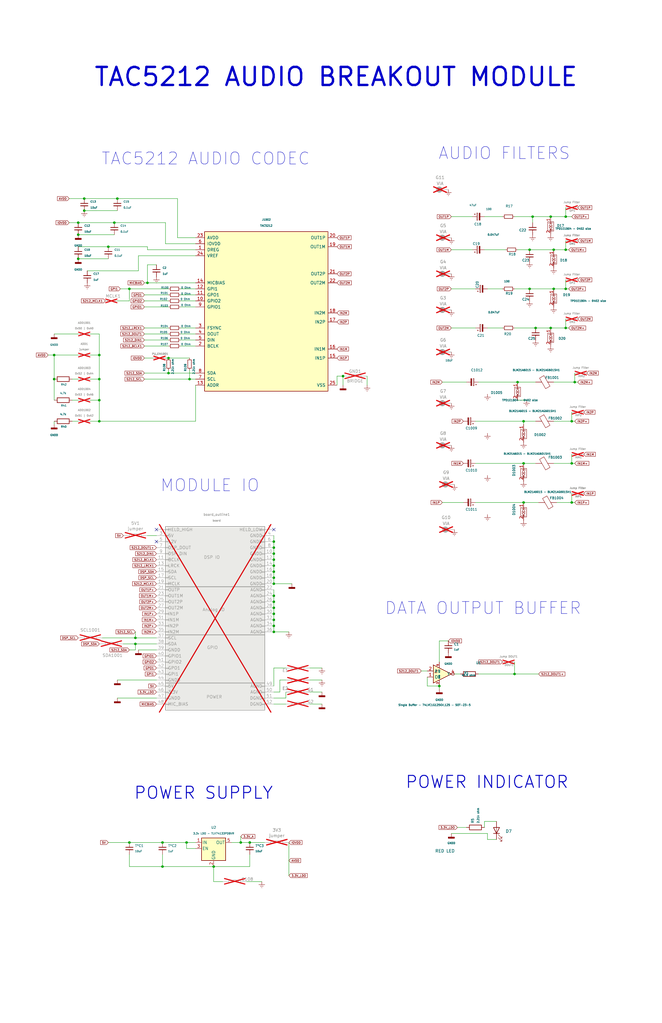
<source format=kicad_sch>
(kicad_sch (version 20231120) (generator "eeschema") (generator_version "8.0")
  (paper "USLedger" portrait)
  (junction (at 101.6 355.6))
  (junction (at 144.78 158.75))
  (junction (at 217.17 284.48))
  (junction (at 41.91 149.86))
  (junction (at 22.86 160.02))
  (junction (at 233.68 105.41))
  (junction (at 238.76 91.44))
  (junction (at 115.57 264.16))
  (junction (at 80.01 160.02))
  (junction (at 220.98 195.58))
  (junction (at 45.72 104.14))
  (junction (at 238.76 105.41))
  (junction (at 232.41 138.43))
  (junction (at 68.58 365.76))
  (junction (at 115.57 251.46))
  (junction (at 115.57 236.22))
  (junction (at 220.98 177.8))
  (junction (at 220.98 212.09))
  (junction (at 115.57 259.08))
  (junction (at 62.23 119.38))
  (junction (at 115.57 241.3))
  (junction (at 115.57 243.84))
  (junction (at 41.91 168.91))
  (junction (at 115.57 231.14))
  (junction (at 68.58 355.6))
  (junction (at 54.61 121.92))
  (junction (at 241.3 212.09))
  (junction (at 242.57 161.29))
  (junction (at 105.41 355.6))
  (junction (at 33.02 109.22))
  (junction (at 57.15 271.78))
  (junction (at 238.76 138.43))
  (junction (at 223.52 121.92))
  (junction (at 33.02 99.06))
  (junction (at 232.41 91.44))
  (junction (at 115.57 254))
  (junction (at 115.57 256.54))
  (junction (at 185.42 289.56))
  (junction (at 41.91 160.02))
  (junction (at 54.61 355.6))
  (junction (at 115.57 233.68))
  (junction (at 115.57 261.62))
  (junction (at 241.3 177.8))
  (junction (at 35.56 83.82))
  (junction (at 49.53 83.82))
  (junction (at 22.86 149.86))
  (junction (at 41.91 177.8))
  (junction (at 233.68 121.92))
  (junction (at 71.12 157.48))
  (junction (at 115.57 228.6))
  (junction (at 223.52 105.41))
  (junction (at 48.26 93.98))
  (junction (at 57.15 269.24))
  (junction (at 115.57 246.38))
  (junction (at 241.3 195.58))
  (junction (at 90.17 365.76))
  (junction (at 33.02 93.98))
  (junction (at 218.44 161.29))
  (junction (at 115.57 266.7))
  (junction (at 238.76 121.92))
  (junction (at 71.12 151.13))
  (junction (at 35.56 88.9))
  (junction (at 78.74 355.6))
  (junction (at 224.79 91.44))
  (junction (at 226.06 138.43))
  (junction (at 115.57 238.76))
  (no_connect (at 115.57 223.52))
  (no_connect (at 66.04 223.52))
  (no_connect (at 66.04 228.6))
  (wire (pts (xy 135.89 297.18) (xy 130.81 297.18)))
  (wire (pts (xy 97.79 355.6) (xy 101.6 355.6)))
  (wire (pts (xy 41.91 140.97) (xy 38.1 140.97)))
  (wire (pts (xy 241.3 177.8) (xy 233.68 177.8)))
  (wire (pts (xy 135.89 287.02) (xy 130.81 287.02)))
  (wire (pts (xy 232.41 91.44) (xy 238.76 91.44)))
  (wire (pts (xy 62.23 119.38) (xy 82.55 119.38)))
  (wire (pts (xy 200.66 212.09) (xy 220.98 212.09)))
  (wire (pts (xy 30.48 177.8) (xy 33.02 177.8)))
  (wire (pts (xy 142.24 158.75) (xy 144.78 158.75)))
  (wire (pts (xy 233.68 105.41) (xy 238.76 105.41)))
  (wire (pts (xy 204.47 105.41) (xy 213.36 105.41)))
  (wire (pts (xy 238.76 87.63) (xy 238.76 91.44)))
  (wire (pts (xy 115.57 246.38) (xy 123.19 246.38)))
  (wire (pts (xy 22.86 160.02) (xy 22.86 168.91)))
  (wire (pts (xy 205.74 354.33) (xy 209.55 354.33)))
  (wire (pts (xy 190.5 105.41) (xy 199.39 105.41)))
  (wire (pts (xy 115.57 241.3) (xy 115.57 243.84)))
  (wire (pts (xy 118.11 292.1) (xy 115.57 292.1)))
  (wire (pts (xy 241.3 173.99) (xy 241.3 177.8)))
  (wire (pts (xy 69.85 102.87) (xy 69.85 93.98)))
  (wire (pts (xy 218.44 161.29) (xy 226.06 161.29)))
  (wire (pts (xy 60.96 124.46) (xy 71.12 124.46)))
  (wire (pts (xy 241.3 212.09) (xy 234.95 212.09)))
  (wire (pts (xy 80.01 156.21) (xy 80.01 160.02)))
  (wire (pts (xy 35.56 88.9) (xy 49.53 88.9)))
  (wire (pts (xy 41.91 160.02) (xy 41.91 168.91)))
  (wire (pts (xy 238.76 134.62) (xy 238.76 138.43)))
  (wire (pts (xy 115.57 261.62) (xy 115.57 264.16)))
  (wire (pts (xy 135.89 281.94) (xy 130.81 281.94)))
  (wire (pts (xy 217.17 284.48) (xy 227.33 284.48)))
  (wire (pts (xy 115.57 241.3) (xy 115.57 238.76)))
  (wire (pts (xy 242.57 212.09) (xy 241.3 212.09)))
  (wire (pts (xy 49.53 83.82) (xy 74.93 83.82)))
  (wire (pts (xy 60.96 151.13) (xy 64.77 151.13)))
  (wire (pts (xy 115.57 236.22) (xy 115.57 233.68)))
  (wire (pts (xy 195.58 212.09) (xy 186.69 212.09)))
  (wire (pts (xy 33.02 109.22) (xy 45.72 109.22)))
  (wire (pts (xy 185.42 270.51) (xy 185.42 279.4)))
  (wire (pts (xy 218.44 105.41) (xy 223.52 105.41)))
  (wire (pts (xy 101.6 353.06) (xy 101.6 355.6)))
  (wire (pts (xy 41.91 177.8) (xy 38.1 177.8)))
  (wire (pts (xy 115.57 256.54) (xy 115.57 254)))
  (wire (pts (xy 105.41 365.76) (xy 105.41 360.68)))
  (wire (pts (xy 201.93 284.48) (xy 217.17 284.48)))
  (wire (pts (xy 60.96 138.43) (xy 71.12 138.43)))
  (wire (pts (xy 36.83 114.3) (xy 58.42 114.3)))
  (wire (pts (xy 238.76 138.43) (xy 240.03 138.43)))
  (wire (pts (xy 41.91 140.97) (xy 41.91 149.86)))
  (wire (pts (xy 71.12 157.48) (xy 82.55 157.48)))
  (wire (pts (xy 238.76 118.11) (xy 238.76 121.92)))
  (wire (pts (xy 120.65 292.1) (xy 120.65 294.64)))
  (wire (pts (xy 41.91 160.02) (xy 38.1 160.02)))
  (wire (pts (xy 68.58 355.6) (xy 54.61 355.6)))
  (wire (pts (xy 241.3 195.58) (xy 233.68 195.58)))
  (wire (pts (xy 76.2 143.51) (xy 82.55 143.51)))
  (wire (pts (xy 238.76 101.6) (xy 238.76 105.41)))
  (wire (pts (xy 242.57 177.8) (xy 241.3 177.8)))
  (wire (pts (xy 115.57 228.6) (xy 115.57 231.14)))
  (wire (pts (xy 193.04 349.25) (xy 196.85 349.25)))
  (wire (pts (xy 110.49 372.11) (xy 104.14 372.11)))
  (wire (pts (xy 218.44 168.91) (xy 222.25 168.91)))
  (wire (pts (xy 241.3 208.28) (xy 241.3 212.09)))
  (wire (pts (xy 238.76 121.92) (xy 240.03 121.92)))
  (wire (pts (xy 217.17 279.4) (xy 217.17 284.48)))
  (wire (pts (xy 177.8 283.21) (xy 180.34 283.21)))
  (wire (pts (xy 205.74 351.79) (xy 205.74 354.33)))
  (wire (pts (xy 57.15 271.78) (xy 66.04 271.78)))
  (wire (pts (xy 58.42 114.3) (xy 58.42 107.95)))
  (wire (pts (xy 115.57 266.7) (xy 115.57 264.16)))
  (wire (pts (xy 69.85 151.13) (xy 71.12 151.13)))
  (wire (pts (xy 180.34 285.75) (xy 180.34 289.56)))
  (wire (pts (xy 62.23 104.14) (xy 45.72 104.14)))
  (wire (pts (xy 232.41 138.43) (xy 238.76 138.43)))
  (wire (pts (xy 201.93 161.29) (xy 218.44 161.29)))
  (wire (pts (xy 205.74 138.43) (xy 212.09 138.43)))
  (wire (pts (xy 76.2 129.54) (xy 82.55 129.54)))
  (wire (pts (xy 54.61 127) (xy 54.61 121.92)))
  (wire (pts (xy 242.57 157.48) (xy 242.57 161.29)))
  (wire (pts (xy 135.89 292.1) (xy 130.81 292.1)))
  (wire (pts (xy 204.47 91.44) (xy 212.09 91.44)))
  (wire (pts (xy 57.15 274.32) (xy 57.15 271.78)))
  (wire (pts (xy 52.07 271.78) (xy 57.15 271.78)))
  (wire (pts (xy 217.17 91.44) (xy 224.79 91.44)))
  (wire (pts (xy 35.56 83.82) (xy 49.53 83.82)))
  (wire (pts (xy 115.57 256.54) (xy 115.57 259.08)))
  (wire (pts (xy 142.24 158.75) (xy 142.24 162.56)))
  (wire (pts (xy 41.91 177.8) (xy 82.55 177.8)))
  (wire (pts (xy 115.57 243.84) (xy 115.57 246.38)))
  (wire (pts (xy 115.57 233.68) (xy 115.57 231.14)))
  (wire (pts (xy 78.74 355.6) (xy 68.58 355.6)))
  (wire (pts (xy 58.42 107.95) (xy 82.55 107.95)))
  (wire (pts (xy 204.47 349.25) (xy 204.47 346.71)))
  (wire (pts (xy 33.02 93.98) (xy 48.26 93.98)))
  (wire (pts (xy 190.5 91.44) (xy 199.39 91.44)))
  (wire (pts (xy 54.61 360.68) (xy 54.61 365.76)))
  (wire (pts (xy 223.52 105.41) (xy 233.68 105.41)))
  (wire (pts (xy 22.86 140.97) (xy 33.02 140.97)))
  (wire (pts (xy 223.52 121.92) (xy 233.68 121.92)))
  (wire (pts (xy 118.11 287.02) (xy 118.11 292.1)))
  (wire (pts (xy 60.96 119.38) (xy 62.23 119.38)))
  (wire (pts (xy 204.47 346.71) (xy 209.55 346.71)))
  (wire (pts (xy 60.96 143.51) (xy 71.12 143.51)))
  (wire (pts (xy 226.06 177.8) (xy 220.98 177.8)))
  (wire (pts (xy 90.17 365.76) (xy 105.41 365.76)))
  (wire (pts (xy 217.17 121.92) (xy 223.52 121.92)))
  (wire (pts (xy 217.17 138.43) (xy 226.06 138.43)))
  (wire (pts (xy 22.86 149.86) (xy 33.02 149.86)))
  (wire (pts (xy 58.42 274.32) (xy 66.04 274.32)))
  (wire (pts (xy 49.53 127) (xy 54.61 127)))
  (wire (pts (xy 82.55 177.8) (xy 82.55 162.56)))
  (wire (pts (xy 242.57 161.29) (xy 233.68 161.29)))
  (wire (pts (xy 115.57 228.6) (xy 115.57 226.06)))
  (wire (pts (xy 120.65 287.02) (xy 118.11 287.02)))
  (wire (pts (xy 115.57 281.94) (xy 120.65 281.94)))
  (wire (pts (xy 60.96 129.54) (xy 71.12 129.54)))
  (wire (pts (xy 115.57 259.08) (xy 115.57 261.62)))
  (wire (pts (xy 190.5 138.43) (xy 200.66 138.43)))
  (wire (pts (xy 115.57 236.22) (xy 115.57 238.76)))
  (wire (pts (xy 82.55 105.41) (xy 62.23 105.41)))
  (wire (pts (xy 121.92 355.6) (xy 121.92 369.57)))
  (wire (pts (xy 144.78 162.56) (xy 144.78 158.75)))
  (wire (pts (xy 190.5 351.79) (xy 205.74 351.79)))
  (wire (pts (xy 76.2 127) (xy 82.55 127)))
  (wire (pts (xy 68.58 360.68) (xy 68.58 365.76)))
  (wire (pts (xy 60.96 157.48) (xy 71.12 157.48)))
  (wire (pts (xy 115.57 281.94) (xy 115.57 289.56)))
  (wire (pts (xy 60.96 146.05) (xy 71.12 146.05)))
  (wire (pts (xy 62.23 111.76) (xy 62.23 119.38)))
  (wire (pts (xy 226.06 138.43) (xy 232.41 138.43)))
  (wire (pts (xy 62.23 105.41) (xy 62.23 104.14)))
  (wire (pts (xy 82.55 102.87) (xy 69.85 102.87)))
  (wire (pts (xy 22.86 179.07) (xy 22.86 177.8)))
  (wire (pts (xy 233.68 121.92) (xy 238.76 121.92)))
  (wire (pts (xy 76.2 138.43) (xy 82.55 138.43)))
  (wire (pts (xy 224.79 93.98) (xy 224.79 91.44)))
  (wire (pts (xy 30.48 160.02) (xy 33.02 160.02)))
  (wire (pts (xy 41.91 168.91) (xy 38.1 168.91)))
  (wire (pts (xy 185.42 290.83) (xy 185.42 289.56)))
  (wire (pts (xy 33.02 99.06) (xy 48.26 99.06)))
  (wire (pts (xy 22.86 149.86) (xy 22.86 160.02)))
  (wire (pts (xy 194.31 284.48) (xy 191.77 284.48)))
  (wire (pts (xy 33.02 104.14) (xy 45.72 104.14)))
  (wire (pts (xy 74.93 100.33) (xy 74.93 83.82)))
  (wire (pts (xy 121.92 266.7) (xy 115.57 266.7)))
  (wire (pts (xy 80.01 160.02) (xy 82.55 160.02)))
  (wire (pts (xy 76.2 124.46) (xy 82.55 124.46)))
  (wire (pts (xy 238.76 105.41) (xy 240.03 105.41)))
  (wire (pts (xy 115.57 297.18) (xy 120.65 297.18)))
  (wire (pts (xy 41.91 168.91) (xy 41.91 177.8)))
  (wire (pts (xy 43.18 269.24) (xy 57.15 269.24)))
  (wire (pts (xy 205.74 121.92) (xy 212.09 121.92)))
  (wire (pts (xy 115.57 251.46) (xy 115.57 254)))
  (wire (pts (xy 220.98 179.07) (xy 220.98 177.8)))
  (wire (pts (xy 54.61 365.76) (xy 68.58 365.76)))
  (wire (pts (xy 48.26 93.98) (xy 69.85 93.98)))
  (wire (pts (xy 68.58 365.76) (xy 90.17 365.76)))
  (wire (pts (xy 60.96 140.97) (xy 71.12 140.97)))
  (wire (pts (xy 30.48 168.91) (xy 33.02 168.91)))
  (wire (pts (xy 50.8 121.92) (xy 54.61 121.92)))
  (wire (pts (xy 66.04 111.76) (xy 62.23 111.76)))
  (wire (pts (xy 115.57 248.92) (xy 115.57 251.46)))
  (wire (pts (xy 54.61 274.32) (xy 57.15 274.32)))
  (wire (pts (xy 57.15 269.24) (xy 66.04 269.24)))
  (wire (pts (xy 105.41 355.6) (xy 111.76 355.6)))
  (wire (pts (xy 189.23 270.51) (xy 185.42 270.51)))
  (wire (pts (xy 180.34 289.56) (xy 185.42 289.56)))
  (wire (pts (xy 57.15 266.7) (xy 57.15 269.24)))
  (wire (pts (xy 29.21 93.98) (xy 33.02 93.98)))
  (wire (pts (xy 76.2 121.92) (xy 82.55 121.92)))
  (wire (pts (xy 74.93 100.33) (xy 82.55 100.33)))
  (wire (pts (xy 76.2 146.05) (xy 82.55 146.05)))
  (wire (pts (xy 90.17 372.11) (xy 93.98 372.11)))
  (wire (pts (xy 49.53 294.64) (xy 66.04 294.64)))
  (wire (pts (xy 200.66 177.8) (xy 220.98 177.8)))
  (wire (pts (xy 41.91 149.86) (xy 41.91 160.02)))
  (wire (pts (xy 71.12 151.13) (xy 80.01 151.13)))
  (wire (pts (xy 190.5 121.92) (xy 200.66 121.92)))
  (wire (pts (xy 20.32 149.86) (xy 22.86 149.86)))
  (wire (pts (xy 196.85 161.29) (xy 186.69 161.29)))
  (wire (pts (xy 45.72 355.6) (xy 54.61 355.6)))
  (wire (pts (xy 49.53 287.02) (xy 66.04 287.02)))
  (wire (pts (xy 38.1 149.86) (xy 41.91 149.86)))
  (wire (pts (xy 76.2 140.97) (xy 82.55 140.97)))
  (wire (pts (xy 120.65 294.64) (xy 115.57 294.64)))
  (wire (pts (xy 243.84 161.29) (xy 242.57 161.29)))
  (wire (pts (xy 224.79 91.44) (xy 232.41 91.44)))
  (wire (pts (xy 54.61 121.92) (xy 71.12 121.92)))
  (wire (pts (xy 82.55 355.6) (xy 78.74 355.6)))
  (wire (pts (xy 220.98 195.58) (xy 226.06 195.58)))
  (wire (pts (xy 62.23 226.06) (xy 66.04 226.06)))
  (wire (pts (xy 60.96 127) (xy 71.12 127)))
  (wire (pts (xy 78.74 358.14) (xy 78.74 355.6)))
  (wire (pts (xy 242.57 195.58) (xy 241.3 195.58)))
  (wire (pts (xy 60.96 160.02) (xy 80.01 160.02)))
  (wire (pts (xy 101.6 355.6) (xy 105.41 355.6)))
  (wire (pts (xy 200.66 195.58) (xy 220.98 195.58)))
  (wire (pts (xy 29.21 83.82) (xy 35.56 83.82)))
  (wire (pts (xy 90.17 372.11) (xy 90.17 365.76)))
  (wire (pts (xy 71.12 156.21) (xy 71.12 157.48)))
  (wire (pts (xy 227.33 212.09) (xy 220.98 212.09)))
  (wire (pts (xy 241.3 191.77) (xy 241.3 195.58)))
  (wire (pts (xy 154.94 162.56) (xy 154.94 158.75)))
  (wire (pts (xy 238.76 91.44) (xy 241.3 91.44)))
  (wire (pts (xy 82.55 358.14) (xy 78.74 358.14)))
  (text "AUDIO FILTERS" (at 184.912 67.818 0) (effects (font (size 5.08 5.08)) (justify left bottom)))
  (text "TAC5212 AUDIO CODEC" (at 42.672 70.104 0) (effects (font (size 5.08 5.08)) (justify left bottom)))
  (text "POWER SUPPLY" (at 56.388 337.82 0) (effects (font (size 5.08 5.08) (thickness 0.4013) (bold yes)) (justify left bottom)))
  (text "MODULE IO" (at 67.564 208.026 0) (effects (font (size 5.08 5.08)) (justify left bottom)))
  (text "DATA OUTPUT BUFFER" (at 162.306 259.842 0) (effects (font (size 5.08 5.08)) (justify left bottom)))
  (text "TAC5212 AUDIO BREAKOUT MODULE" (at 39.37 37.084 0) (effects (font (size 7.62 7.62) (thickness 1) (bold yes)) (justify left bottom)))
  (text "POWER INDICATOR" (at 170.942 333.248 0) (effects (font (size 5.08 5.08) (thickness 0.4013) (bold yes)) (justify left bottom)))
  (global_label "5V" (shape input) (at 45.72 355.6 180) (effects (font (size 0.889 0.889))) (property "Intersheetrefs" "${INTERSHEET_REFS}" (effects (hide yes))))
  (global_label "OUT1P+" (shape input) (at 241.3 91.44 0) (effects (font (size 0.889 0.889))) (property "Intersheetrefs" "${INTERSHEET_REFS}" (effects (hide yes))))
  (global_label "OUT2M" (shape input) (at 190.5 138.43 180) (effects (font (size 0.889 0.889))) (property "Intersheetrefs" "${INTERSHEET_REFS}" (effects (hide yes))))
  (global_label "OUT2P" (shape input) (at 142.24 115.57 0) (effects (font (size 0.889 0.889))) (property "Intersheetrefs" "${INTERSHEET_REFS}" (effects (hide yes))))
  (global_label "5212_DOUT1" (shape input) (at 177.8 283.21 180) (effects (font (size 0.889 0.889))) (property "Intersheetrefs" "${INTERSHEET_REFS}" (effects (hide yes))))
  (global_label "IN1P+" (shape input) (at 242.57 212.09 0) (effects (font (size 0.889 0.889))) (property "Intersheetrefs" "${INTERSHEET_REFS}" (effects (hide yes))))
  (global_label "5212_DOUT1+" (shape input) (at 66.04 231.14 180) (effects (font (size 0.889 0.889))) (property "Intersheetrefs" "${INTERSHEET_REFS}" (effects (hide yes))))
  (global_label "5212_SDA" (shape input) (at 60.96 157.48 180) (effects (font (size 0.889 0.889))) (property "Intersheetrefs" "${INTERSHEET_REFS}" (effects (hide yes))))
  (global_label "AVDD" (shape input) (at 29.21 83.82 180) (effects (font (size 0.889 0.889))) (property "Intersheetrefs" "${INTERSHEET_REFS}" (effects (hide yes))))
  (global_label "AVDD" (shape input) (at 20.32 149.86 180) (effects (font (size 0.889 0.889))) (property "Intersheetrefs" "${INTERSHEET_REFS}" (effects (hide yes))))
  (global_label "OUT2P" (shape input) (at 243.84 118.11 0) (effects (font (size 0.889 0.889))) (property "Intersheetrefs" "${INTERSHEET_REFS}" (effects (hide yes))))
  (global_label "IN1P" (shape input) (at 142.24 151.13 0) (effects (font (size 0.889 0.889))) (property "Intersheetrefs" "${INTERSHEET_REFS}" (effects (hide yes))))
  (global_label "5212_LRCK1" (shape input) (at 66.04 238.76 180) (effects (font (size 0.889 0.889))) (property "Intersheetrefs" "${INTERSHEET_REFS}" (effects (hide yes))))
  (global_label "OUT1M+" (shape input) (at 66.04 251.46 180) (effects (font (size 0.889 0.889))) (property "Intersheetrefs" "${INTERSHEET_REFS}" (effects (hide yes))))
  (global_label "GPI1" (shape input) (at 66.04 284.48 180) (effects (font (size 0.889 0.889))) (property "Intersheetrefs" "${INTERSHEET_REFS}" (effects (hide yes))))
  (global_label "5212_DIN1" (shape input) (at 66.04 233.68 180) (effects (font (size 0.889 0.889))) (property "Intersheetrefs" "${INTERSHEET_REFS}" (effects (hide yes))))
  (global_label "5212_MCLK1" (shape input) (at 44.45 127 180) (effects (font (size 0.889 0.889))) (property "Intersheetrefs" "${INTERSHEET_REFS}" (effects (hide yes))))
  (global_label "GPIO1" (shape input) (at 60.96 129.54 180) (effects (font (size 0.889 0.889))) (property "Intersheetrefs" "${INTERSHEET_REFS}" (effects (hide yes))))
  (global_label "OUT1P" (shape input) (at 142.24 100.33 0) (effects (font (size 0.889 0.889))) (property "Intersheetrefs" "${INTERSHEET_REFS}" (effects (hide yes))))
  (global_label "AVDD" (shape input) (at 121.92 363.22 0) (effects (font (size 0.889 0.889))) (property "Intersheetrefs" "${INTERSHEET_REFS}" (effects (hide yes))))
  (global_label "OUT2P+" (shape input) (at 240.03 121.92 0) (effects (font (size 0.889 0.889))) (property "Intersheetrefs" "${INTERSHEET_REFS}" (effects (hide yes))))
  (global_label "IN1P" (shape input) (at 186.69 212.09 180) (effects (font (size 0.889 0.889))) (property "Intersheetrefs" "${INTERSHEET_REFS}" (effects (hide yes))))
  (global_label "5212_DOUT1" (shape input) (at 60.96 140.97 180) (effects (font (size 0.889 0.889))) (property "Intersheetrefs" "${INTERSHEET_REFS}" (effects (hide yes))))
  (global_label "IN1P" (shape input) (at 246.38 208.28 0) (effects (font (size 0.889 0.889))) (property "Intersheetrefs" "${INTERSHEET_REFS}" (effects (hide yes))))
  (global_label "5212_BCLK1" (shape input) (at 60.96 146.05 180) (effects (font (size 0.889 0.889))) (property "Intersheetrefs" "${INTERSHEET_REFS}" (effects (hide yes))))
  (global_label "3.3V_LDO" (shape input) (at 193.04 349.25 180) (effects (font (size 0.889 0.889))) (property "Intersheetrefs" "${INTERSHEET_REFS}" (effects (hide yes))))
  (global_label "OUT1M" (shape input) (at 190.5 105.41 180) (effects (font (size 0.889 0.889))) (property "Intersheetrefs" "${INTERSHEET_REFS}" (effects (hide yes))))
  (global_label "IN1P+" (shape input) (at 66.04 259.08 180) (effects (font (size 0.889 0.889))) (property "Intersheetrefs" "${INTERSHEET_REFS}" (effects (hide yes))))
  (global_label "OUT1P+" (shape input) (at 66.04 248.92 180) (effects (font (size 0.889 0.889))) (property "Intersheetrefs" "${INTERSHEET_REFS}" (effects (hide yes))))
  (global_label "GPIO2" (shape input) (at 60.96 127 180) (effects (font (size 0.889 0.889))) (property "Intersheetrefs" "${INTERSHEET_REFS}" (effects (hide yes))))
  (global_label "OUT2M+" (shape input) (at 240.03 138.43 0) (effects (font (size 0.889 0.889))) (property "Intersheetrefs" "${INTERSHEET_REFS}" (effects (hide yes))))
  (global_label "5V" (shape input) (at 66.04 289.56 180) (effects (font (size 0.889 0.889))) (property "Intersheetrefs" "${INTERSHEET_REFS}" (effects (hide yes))))
  (global_label "5212_LRCK1" (shape input) (at 60.96 138.43 180) (effects (font (size 0.889 0.889))) (property "Intersheetrefs" "${INTERSHEET_REFS}" (effects (hide yes))))
  (global_label "5212_DOUT1" (shape input) (at 212.09 279.4 180) (effects (font (size 0.889 0.889))) (property "Intersheetrefs" "${INTERSHEET_REFS}" (effects (hide yes))))
  (global_label "OUT2P" (shape input) (at 190.5 121.92 180) (effects (font (size 0.889 0.889))) (property "Intersheetrefs" "${INTERSHEET_REFS}" (effects (hide yes))))
  (global_label "GPIO1" (shape input) (at 66.04 276.86 180) (effects (font (size 0.889 0.889))) (property "Intersheetrefs" "${INTERSHEET_REFS}" (effects (hide yes))))
  (global_label "IN2M" (shape input) (at 186.69 161.29 180) (effects (font (size 0.889 0.889))) (property "Intersheetrefs" "${INTERSHEET_REFS}" (effects (hide yes))))
  (global_label "OUT2M" (shape input) (at 243.84 134.62 0) (effects (font (size 0.889 0.889))) (property "Intersheetrefs" "${INTERSHEET_REFS}" (effects (hide yes))))
  (global_label "IN2P+" (shape input) (at 66.04 264.16 180) (effects (font (size 0.889 0.889))) (property "Intersheetrefs" "${INTERSHEET_REFS}" (effects (hide yes))))
  (global_label "3.3V_A" (shape input) (at 101.6 353.06 0) (effects (font (size 0.889 0.889))) (property "Intersheetrefs" "${INTERSHEET_REFS}" (effects (hide yes))))
  (global_label "GPO1" (shape input) (at 60.96 124.46 180) (effects (font (size 0.889 0.889))) (property "Intersheetrefs" "${INTERSHEET_REFS}" (effects (hide yes))))
  (global_label "IOVDD" (shape input) (at 121.92 355.6 0) (effects (font (size 0.889 0.889))) (property "Intersheetrefs" "${INTERSHEET_REFS}" (effects (hide yes))))
  (global_label "OUT1M" (shape input) (at 243.84 101.6 0) (effects (font (size 0.889 0.889))) (property "Intersheetrefs" "${INTERSHEET_REFS}" (effects (hide yes))))
  (global_label "5212_DOUT1+" (shape input) (at 227.33 284.48 0) (effects (font (size 0.889 0.889))) (property "Intersheetrefs" "${INTERSHEET_REFS}" (effects (hide yes))))
  (global_label "IN2M" (shape input) (at 247.65 157.48 0) (effects (font (size 0.889 0.889))) (property "Intersheetrefs" "${INTERSHEET_REFS}" (effects (hide yes))))
  (global_label "IN1M" (shape input) (at 246.38 191.77 0) (effects (font (size 0.889 0.889))) (property "Intersheetrefs" "${INTERSHEET_REFS}" (effects (hide yes))))
  (global_label "OUT1M" (shape input) (at 142.24 104.14 0) (effects (font (size 0.889 0.889))) (property "Intersheetrefs" "${INTERSHEET_REFS}" (effects (hide yes))))
  (global_label "3.3V_LDO" (shape input) (at 66.04 292.1 180) (effects (font (size 0.889 0.889))) (property "Intersheetrefs" "${INTERSHEET_REFS}" (effects (hide yes))))
  (global_label "IN2P" (shape input) (at 142.24 135.89 0) (effects (font (size 0.889 0.889))) (property "Intersheetrefs" "${INTERSHEET_REFS}" (effects (hide yes))))
  (global_label "5212_DIN1" (shape input) (at 60.96 143.51 180) (effects (font (size 0.889 0.889))) (property "Intersheetrefs" "${INTERSHEET_REFS}" (effects (hide yes))))
  (global_label "OUT1P" (shape input) (at 190.5 91.44 180) (effects (font (size 0.889 0.889))) (property "Intersheetrefs" "${INTERSHEET_REFS}" (effects (hide yes))))
  (global_label "GPIO2" (shape input) (at 66.04 279.4 180) (effects (font (size 0.889 0.889))) (property "Intersheetrefs" "${INTERSHEET_REFS}" (effects (hide yes))))
  (global_label "IOVDD" (shape input) (at 189.23 270.51 0) (effects (font (size 0.889 0.889))) (property "Intersheetrefs" "${INTERSHEET_REFS}" (effects (hide yes))))
  (global_label "IOVDD" (shape input) (at 29.21 93.98 180) (effects (font (size 0.889 0.889))) (property "Intersheetrefs" "${INTERSHEET_REFS}" (effects (hide yes))))
  (global_label "5212_SCL" (shape input) (at 57.15 266.7 180) (effects (font (size 0.889 0.889))) (property "Intersheetrefs" "${INTERSHEET_REFS}" (effects (hide yes))))
  (global_label "MICBIAS" (shape input) (at 60.96 119.38 180) (effects (font (size 0.889 0.889))) (property "Intersheetrefs" "${INTERSHEET_REFS}" (effects (hide yes))))
  (global_label "5V" (shape input) (at 52.07 226.06 180) (effects (font (size 0.889 0.889))) (property "Intersheetrefs" "${INTERSHEET_REFS}" (effects (hide yes))))
  (global_label "IN2P" (shape input) (at 195.58 177.8 180) (effects (font (size 0.889 0.889))) (property "Intersheetrefs" "${INTERSHEET_REFS}" (effects (hide yes))))
  (global_label "DSP_SDA" (shape input) (at 66.04 241.3 180) (effects (font (size 0.889 0.889))) (property "Intersheetrefs" "${INTERSHEET_REFS}" (effects (hide yes))))
  (global_label "DSP_SDA" (shape input) (at 41.91 271.78 180) (effects (font (size 0.889 0.889))) (property "Intersheetrefs" "${INTERSHEET_REFS}" (effects (hide yes))))
  (global_label "MICBIAS" (shape input) (at 66.04 297.18 180) (effects (font (size 0.889 0.889))) (property "Intersheetrefs" "${INTERSHEET_REFS}" (effects (hide yes))))
  (global_label "IN2P+" (shape input) (at 242.57 177.8 0) (effects (font (size 0.889 0.889))) (property "Intersheetrefs" "${INTERSHEET_REFS}" (effects (hide yes))))
  (global_label "IN1M" (shape input) (at 195.58 195.58 180) (effects (font (size 0.889 0.889))) (property "Intersheetrefs" "${INTERSHEET_REFS}" (effects (hide yes))))
  (global_label "GPO1" (shape input) (at 66.04 281.94 180) (effects (font (size 0.889 0.889))) (property "Intersheetrefs" "${INTERSHEET_REFS}" (effects (hide yes))))
  (global_label "5212_SDA" (shape input) (at 54.61 274.32 180) (effects (font (size 0.889 0.889))) (property "Intersheetrefs" "${INTERSHEET_REFS}" (effects (hide yes))))
  (global_label "OUT1P" (shape input) (at 243.84 87.63 0) (effects (font (size 0.889 0.889))) (property "Intersheetrefs" "${INTERSHEET_REFS}" (effects (hide yes))))
  (global_label "GPI1" (shape input) (at 50.8 121.92 180) (effects (font (size 0.889 0.889))) (property "Intersheetrefs" "${INTERSHEET_REFS}" (effects (hide yes))))
  (global_label "IN2M" (shape input) (at 142.24 132.08 0) (effects (font (size 0.889 0.889))) (property "Intersheetrefs" "${INTERSHEET_REFS}" (effects (hide yes))))
  (global_label "OUT1M+" (shape input) (at 240.03 105.41 0) (effects (font (size 0.889 0.889))) (property "Intersheetrefs" "${INTERSHEET_REFS}" (effects (hide yes))))
  (global_label "IOVDD" (shape input) (at 60.96 151.13 180) (effects (font (size 0.889 0.889))) (property "Intersheetrefs" "${INTERSHEET_REFS}" (effects (hide yes))))
  (global_label "5212_SCL" (shape input) (at 60.96 160.02 180) (effects (font (size 0.889 0.889))) (property "Intersheetrefs" "${INTERSHEET_REFS}" (effects (hide yes))))
  (global_label "DSP_SCL" (shape input) (at 33.02 269.24 180) (effects (font (size 0.889 0.889))) (property "Intersheetrefs" "${INTERSHEET_REFS}" (effects (hide yes))))
  (global_label "IN1M+" (shape input) (at 66.04 261.62 180) (effects (font (size 0.889 0.889))) (property "Intersheetrefs" "${INTERSHEET_REFS}" (effects (hide yes))))
  (global_label "IN2M+" (shape input) (at 66.04 266.7 180) (effects (font (size 0.889 0.889))) (property "Intersheetrefs" "${INTERSHEET_REFS}" (effects (hide yes))))
  (global_label "IN1M" (shape input) (at 142.24 147.32 0) (effects (font (size 0.889 0.889))) (property "Intersheetrefs" "${INTERSHEET_REFS}" (effects (hide yes))))
  (global_label "IN2P" (shape input) (at 246.38 173.99 0) (effects (font (size 0.889 0.889))) (property "Intersheetrefs" "${INTERSHEET_REFS}" (effects (hide yes))))
  (global_label "IN2M+" (shape input) (at 243.84 161.29 0) (effects (font (size 0.889 0.889))) (property "Intersheetrefs" "${INTERSHEET_REFS}" (effects (hide yes))))
  (global_label "OUT2P+" (shape input) (at 66.04 254 180) (effects (font (size 0.889 0.889))) (property "Intersheetrefs" "${INTERSHEET_REFS}" (effects (hide yes))))
  (global_label "OUT2M" (shape input) (at 142.24 119.38 0) (effects (font (size 0.889 0.889))) (property "Intersheetrefs" "${INTERSHEET_REFS}" (effects (hide yes))))
  (global_label "5212_MCLK1" (shape input) (at 66.04 246.38 180) (effects (font (size 0.889 0.889))) (property "Intersheetrefs" "${INTERSHEET_REFS}" (effects (hide yes))))
  (global_label "OUT2M+" (shape input) (at 66.04 256.54 180) (effects (font (size 0.889 0.889))) (property "Intersheetrefs" "${INTERSHEET_REFS}" (effects (hide yes))))
  (global_label "3.3V_LDO" (shape input) (at 121.92 369.57 0) (effects (font (size 0.889 0.889))) (property "Intersheetrefs" "${INTERSHEET_REFS}" (effects (hide yes))))
  (global_label "IN1M+" (shape input) (at 242.57 195.58 0) (effects (font (size 0.889 0.889))) (property "Intersheetrefs" "${INTERSHEET_REFS}" (effects (hide yes))))
  (global_label "5212_BCLK1" (shape input) (at 66.04 236.22 180) (effects (font (size 0.889 0.889))) (property "Intersheetrefs" "${INTERSHEET_REFS}" (effects (hide yes))))
  (global_label "DSP_SCL" (shape input) (at 66.04 243.84 180) (effects (font (size 0.889 0.889))) (property "Intersheetrefs" "${INTERSHEET_REFS}" (effects (hide yes))))
  (symbol (lib_id "proejct_lib:C_Polarized_Small") (at 203.2 138.43 90) (unit 1)
    (property "Reference" "C21" (at 204.47 141.605 90) (effects (font (size 1 1)) (justify left)))
    (property "Value" "47uF" (effects (hide yes)))
    (property "Footprint" "Capacitor_Tantalum_SMD:CP_EIA-3528-21_Kemet-B_Pad1.50x2.35mm_HandSolder" (effects (hide yes)))
    (property "Description" "CAP, TA, 47 uF, 10 V, +/- 10%, 0.5 ohm, SMD" (effects (hide yes)))
    (property "Package / Case" "3528-21" (effects (hide yes)))
    (property "TAC5212EVM" "TPSB476K010R0500" (effects (hide yes)))
  )
  (symbol (lib_id "proejct_lib:Earth") (at 189.23 80.01 0) (unit 1)
    (property "Reference" "#T#PWR011" (effects (hide yes)))
    (property "Value" "Earth" (effects (hide yes)))
  )
  (symbol (lib_id "proejct_lib:via") (at 187.96 205.74 0) (unit 1) (exclude_from_sim yes) (in_bom no) (dnp yes)
    (property "Reference" "G9" (at 188.2774 199.39 0))
    (property "Value" "VIA" (at 188.2774 201.93 0))
    (property "Footprint" "project_fp:via" (effects (hide yes)))
    (property "Description" "Small Via to be incorporated into design." (effects (hide yes)))
    (property "Package / Case" "DNP" (effects (hide yes)))
    (property "TAC5212EVM" "n/a" (effects (hide yes)))
  )
  (symbol (lib_id "proejct_lib:R_Small") (at 73.66 124.46 90) (unit 1)
    (property "Reference" "R101" (at 69.342 123.698 90) (effects (font (size 0.8 0.8))))
    (property "Value" "0 Ohm" (at 78.486 123.952 90) (effects (font (size 0.8 0.8))))
    (property "Footprint" "Resistor_SMD:R_0402_1005Metric_Pad0.72x0.64mm_HandSolder" (effects (hide yes)))
    (property "Description" "RES SMD 0 OHM JUMPER 1/10W 0402" (effects (hide yes)))
    (property "Package / Case" "R0402" (effects (hide yes)))
    (property "TAC5212EVM" "ERJ-2GE0R00X " (effects (hide yes)))
  )
  (symbol (lib_id "proejct_lib:Jumper_2_Bridged") (at 125.73 292.1 0) (unit 1) (exclude_from_sim yes) (dnp yes)
    (property "Reference" "G1" (at 131.064 291.084 0))
    (property "Value" "jumper" (effects (hide yes)))
    (property "Footprint" "project_fp:jumper_slice" (effects (hide yes)))
    (property "Description" "Jumper, open" (effects (hide yes)))
    (property "Label" "G" (effects (hide yes)))
    (property "Package / Case" "DNP" (effects (hide yes)))
    (property "TAC5212EVM" "n/a" (effects (hide yes)))
  )
  (symbol (lib_id "proejct_lib:C_Small") (at 105.41 358.14 0) (unit 1)
    (property "Reference" "T*C3" (at 107.7468 356.9716 0) (effects (font (size 1 1)) (justify left)))
    (property "Value" "10uF" (at 107.7468 359.283 0) (effects (font (size 0.8 0.8)) (justify left)))
    (property "Footprint" "project_fp:C_0805_2012Metric_Pad1.18x1.45mm_HandSolder" (effects (hide yes)))
    (property "Description" "CAP, CERM, 10 μF, 16 V,+/- 10%, X7R, 0805" (effects (hide yes)))
    (property "Package / Case" "C0805" (effects (hide yes)))
    (property "TAC5212EVM" "EMK212BB7106KG-T" (effects (hide yes)))
  )
  (symbol (lib_id "proejct_lib:C_Small") (at 36.83 116.84 180) (unit 1)
    (property "Reference" "C17" (at 39.37 115.5636 0) (effects (font (size 0.8 0.8)) (justify right)))
    (property "Value" "1uF" (at 39.37 118.1036 0) (effects (font (size 0.8 0.8)) (justify right)))
    (property "Footprint" "Capacitor_SMD:C_0603_1608Metric_Pad1.08x0.95mm_HandSolder" (effects (hide yes)))
    (property "Datasheet" "CAP, CERM, 1 uF, 35V, +/- 10%, X7R, 0603" (effects (hide yes)))
    (property "Description" "CAP, CERM, 1 uF, 35 V, +/- 10%, X7R, 0603" (effects (hide yes)))
    (property "Package / Case" "C0603" (effects (hide yes)))
    (property "TAC5212EVM" "C1608X7R1V105K080AC" (effects (hide yes)))
  )
  (symbol (lib_id "proejct_lib:R_Small") (at 214.63 138.43 270) (unit 1)
    (property "Reference" "R20" (at 212.725 140.97 90) (effects (font (size 1 1)) (justify left)))
    (property "Value" "100" (effects (hide yes)))
    (property "Footprint" "project_fp:R_0603_1608Metric_Pad1.05x0.95mm_HandSolder" (effects (hide yes)))
    (property "Description" "RES, 100, 1%, 0.1 W, 0603" (effects (hide yes)))
    (property "Package / Case" "R0603" (effects (hide yes)))
    (property "TAC5212EVM" "RC0603FR-07100RL" (effects (hide yes)))
  )
  (symbol (lib_id "proejct_lib:GNDD") (at 123.19 246.38 0) (unit 1)
    (property "Reference" "#PWR09" (effects (hide yes)))
    (property "Value" "GNDD" (effects (hide yes)))
  )
  (symbol (lib_id "proejct_lib:Earth") (at 154.94 162.56 0) (mirror y) (unit 1)
    (property "Reference" "#PWR05" (effects (hide yes)))
    (property "Value" "Earth" (effects (hide yes)))
  )
  (symbol (lib_id "proejct_lib:Earth") (at 205.74 166.37 0) (mirror y) (unit 1)
    (property "Reference" "#PWR036" (effects (hide yes)))
    (property "Value" "Earth" (effects (hide yes)))
  )
  (symbol (lib_id "proejct_lib:Jumper_NO_Small-Device") (at 243.84 191.77 0) (unit 1) (in_bom no) (dnp yes)
    (property "Reference" "INM1" (at 244.094 193.04 0) (effects (font (size 0.8 0.8))))
    (property "Value" "Jump Filter" (at 243.84 189.484 0) (effects (font (size 0.8 0.8))))
    (property "Footprint" "project_fp:jumper_slice_via" (effects (hide yes)))
    (property "Datasheet" "NO COMPONENT" (effects (hide yes)))
    (property "Description" "Via with slice option to bypass audio filter. " (effects (hide yes)))
    (property "Label" "I1-" (effects (hide yes)))
    (property "Package / Case" "DNP" (effects (hide yes)))
    (property "TAC5212EVM" "n/a" (effects (hide yes)))
  )
  (symbol (lib_id "proejct_lib:C_Small") (at 66.04 114.3 0) (unit 1)
    (property "Reference" "C2" (at 68.58 113.0363 0) (effects (font (size 0.8 0.8)) (justify left)))
    (property "Value" "1uF" (at 68.58 115.5763 0) (effects (font (size 0.8 0.8)) (justify left)))
    (property "Footprint" "Capacitor_SMD:C_0603_1608Metric_Pad1.08x0.95mm_HandSolder" (effects (hide yes)))
    (property "Datasheet" "CAP, CERM, 1 uF, 35V, +/- 10%, X7R, 0603" (effects (hide yes)))
    (property "Description" "CAP, CERM, 1 uF, 35 V, +/- 10%, X7R, 0603" (effects (hide yes)))
    (property "Package / Case" "C0603" (effects (hide yes)))
    (property "TAC5212EVM" "C1608X7R1V105K080AC" (effects (hide yes)))
  )
  (symbol (lib_id "proejct_lib:C_Polarized_Small") (at 198.12 177.8 270) (mirror x) (unit 1)
    (property "Reference" "C1009" (at 196.469 180.721 90) (effects (font (size 1 1)) (justify left)))
    (property "Value" "10UF" (effects (hide yes)))
    (property "Footprint" "Capacitor_SMD:C_0603_1608Metric_Pad1.08x0.95mm_HandSolder" (effects (hide yes)))
    (property "Description" "CAP CER 10UF 16 V X5R 0603" (effects (hide yes)))
    (property "Package / Case" "C0603" (effects (hide yes)))
    (property "TAC5212EVM" "C1608X5R1C106M080AB" (effects (hide yes)))
  )
  (symbol (lib_id "proejct_lib:Earth") (at 222.25 168.91 0) (mirror y) (unit 1)
    (property "Reference" "#PWR043" (effects (hide yes)))
    (property "Value" "Earth" (effects (hide yes)))
  )
  (symbol (lib_id "proejct_lib:GNDD") (at 49.53 294.64 0) (unit 1)
    (property "Reference" "#PWR017" (effects (hide yes)))
    (property "Value" "GNDD" (effects (hide yes)))
  )
  (symbol (lib_id "proejct_lib:GNDD") (at 185.42 290.83 0) (unit 1)
    (property "Reference" "#PWR01" (effects (hide yes)))
    (property "Value" "GNDD" (at 185.42 295.402 0) (effects (font (size 0.8 0.8))))
  )
  (symbol (lib_id "proejct_lib:Earth") (at 35.56 88.9 0) (unit 1)
    (property "Reference" "#PWR029" (effects (hide yes)))
    (property "Value" "Earth" (effects (hide yes)))
  )
  (symbol (lib_id "proejct_lib:C_Polarized_Small") (at 201.93 105.41 90) (unit 1)
    (property "Reference" "C19" (at 202.565 102.87 90) (effects (font (size 1 1)) (justify left)))
    (property "Value" "47uF" (effects (hide yes)))
    (property "Footprint" "Capacitor_Tantalum_SMD:CP_EIA-3528-21_Kemet-B_Pad1.50x2.35mm_HandSolder" (effects (hide yes)))
    (property "Description" "CAP, TA, 47 uF, 10 V, +/- 10%, 0.5 ohm, SMD" (effects (hide yes)))
    (property "Package / Case" "3528-21" (effects (hide yes)))
    (property "TAC5212EVM" "TPSB476K010R0500" (effects (hide yes)))
  )
  (symbol (lib_id "proejct_lib:74LVC1G125GV,125") (at 185.42 284.48 0) (unit 1)
    (property "Reference" "U1" (at 201.93 279.781 0) (effects (font (size 1 1))))
    (property "Value" "Single Buffer - 74LVC1G125GV,125 - SOT-23-5" (at 183.388 297.561 0) (effects (font (size 0.8 0.8))))
    (property "Footprint" "project_fp:SOT-23-5" (effects (hide yes)))
    (property "Datasheet" "http://www.ti.com/lit/ds/symlink/sn74lvc1g14.pdf" (effects (hide yes)))
    (property "Description" "Buffer, Non-Inverting 1 Element 1 Bit per Element 3-State Output SC-74A" (effects (hide yes)))
    (property "Package / Case" "SOT-23-5" (effects (hide yes)))
    (property "TAC5212EVM" "74LVC1G125GV,125 " (effects (hide yes)))
  )
  (symbol (lib_id "proejct_lib:GNDD") (at 190.5 351.79 0) (unit 1)
    (property "Reference" "#PWR015" (effects (hide yes)))
    (property "Value" "GNDD" (at 190.5 355.854 0) (effects (font (size 0.8 0.8))))
  )
  (symbol (lib_id "proejct_lib:via") (at 186.69 116.84 0) (unit 1) (exclude_from_sim yes) (in_bom no) (dnp yes)
    (property "Reference" "G4" (at 187.0074 110.49 0))
    (property "Value" "VIA" (at 187.0074 113.03 0))
    (property "Footprint" "project_fp:via" (effects (hide yes)))
    (property "Description" "Small Via to be incorporated into design." (effects (hide yes)))
    (property "Package / Case" "DNP" (effects (hide yes)))
    (property "TAC5212EVM" "n/a" (effects (hide yes)))
  )
  (symbol (lib_id "proejct_lib:GNDD") (at 189.23 275.59 0) (unit 1)
    (property "Reference" "#PWR02" (effects (hide yes)))
    (property "Value" "GNDD" (at 189.23 280.162 0) (effects (font (size 0.8 0.8))))
  )
  (symbol (lib_id "proejct_lib:GNDD") (at 33.02 99.06 0) (unit 1)
    (property "Reference" "#PWR014" (effects (hide yes)))
    (property "Value" "GNDD" (at 33.02 103.632 0) (effects (font (size 0.8 0.8))))
  )
  (symbol (lib_id "proejct_lib:Conn_02x33_Odd_Even") (at 90.17 264.16 0) (unit 1) (dnp yes)
    (property "Reference" "board_outline1" (at 91.44 217.17 0) (effects (font (size 1 1))))
    (property "Value" "board" (at 91.44 219.71 0) (effects (font (size 0.8 0.8))))
    (property "Footprint" "project_fp:audio_module_board_outline_50x34.5_d1" (effects (hide yes)))
    (property "Description" "4 Layer PCB Outline" (effects (hide yes)))
    (property "Package / Case" "DNP" (effects (hide yes)))
    (property "TAC5212EVM" "n/a" (effects (hide yes)))
  )
  (symbol (lib_id "proejct_lib:Jumper_NO_Small-Device") (at 241.3 87.63 0) (unit 1) (in_bom no) (dnp yes)
    (property "Reference" "OP1" (at 241.554 88.9 0) (effects (font (size 0.8 0.8))))
    (property "Value" "Jump Filter" (at 241.3 85.344 0) (effects (font (size 0.8 0.8))))
    (property "Footprint" "project_fp:jumper_slice_via" (effects (hide yes)))
    (property "Datasheet" "NO COMPONENT" (effects (hide yes)))
    (property "Description" "Via with slice option to bypass audio filter. " (effects (hide yes)))
    (property "Label" "O1+" (effects (hide yes)))
    (property "Package / Case" "DNP" (effects (hide yes)))
    (property "TAC5212EVM" "n/a" (effects (hide yes)))
  )
  (symbol (lib_id "proejct_lib:Earth") (at 220.98 203.2 0) (mirror y) (unit 1)
    (property "Reference" "#PWR041" (effects (hide yes)))
    (property "Value" "Earth" (effects (hide yes)))
  )
  (symbol (lib_id "proejct_lib:C_Small") (at 33.02 106.68 0) (unit 1)
    (property "Reference" "C10" (at 35.56 105.4163 0) (effects (font (size 0.8 0.8)) (justify left)))
    (property "Value" "10uF" (at 35.56 107.9563 0) (effects (font (size 0.8 0.8)) (justify left)))
    (property "Footprint" "project_fp:C_0805_2012Metric_Pad1.18x1.45mm_HandSolder" (effects (hide yes)))
    (property "Datasheet" "CAP, CERM, 10 μF, 16V,+/- 10%, X7R, 0805" (effects (hide yes)))
    (property "Description" "CAP, CERM, 10 μF, 16 V,+/- 10%, X7R, 0805" (effects (hide yes)))
    (property "Package / Case" "C0805" (effects (hide yes)))
    (property "TAC5212EVM" "EMK212BB7106KG-T" (effects (hide yes)))
  )
  (symbol (lib_id "proejct_lib:LED") (at 209.55 350.52 90) (unit 1)
    (property "Reference" "D7" (at 213.36 350.8374 90) (effects (justify right)))
    (property "Value" "RED LED" (at 183.642 359.156 90) (effects (justify right)))
    (property "Footprint" "project_fp:R_0805_2012Metric_Pad1.20x1.40mm_HandSolder" (effects (hide yes)))
    (property "Description" "Red 0805 LED 2v" (effects (hide yes)))
    (property "Package / Case" "1206(CHECKME)" (effects (hide yes)))
    (property "TAC5212EVM" "LTST-C170KRKT " (effects (hide yes)))
  )
  (symbol (lib_id "proejct_lib:C_Polarized_Small") (at 201.93 91.44 90) (mirror x) (unit 1)
    (property "Reference" "C18" (at 203.2 94.615 90) (effects (font (size 1 1)) (justify left)))
    (property "Value" "47uF" (at 201.168 86.614 90) (effects (font (size 0.8 0.8)) (justify left)))
    (property "Footprint" "Capacitor_Tantalum_SMD:CP_EIA-3528-21_Kemet-B_Pad1.50x2.35mm_HandSolder" (effects (hide yes)))
    (property "Description" "CAP, TA, 47 uF, 10 V, +/- 10%, 0.5 ohm, SMD" (effects (hide yes)))
    (property "Package / Case" "3528-21" (effects (hide yes)))
    (property "TAC5212EVM" "TPSB476K010R0500" (effects (hide yes)))
  )
  (symbol (lib_id "proejct_lib:FerriteBead") (at 229.87 161.29 270) (mirror x) (unit 1)
    (property "Reference" "FB1001" (at 233.045 159.385 90) (effects (font (size 1 1))))
    (property "Value" "BLM21A601S - BLM21AG601SH1" (at 226.314 156.21 90) (effects (font (size 0.8 0.8))))
    (property "Footprint" "project_fp:C_0805_2012Metric_Pad1.18x1.45mm_HandSolder" (effects (hide yes)))
    (property "Description" "Ferrite Bead" (effects (hide yes)))
    (property "Package / Case" "C0805" (effects (hide yes)))
    (property "TAC5212EVM" "BLM21A601S - BLM21AG601SH1" (effects (hide yes)))
  )
  (symbol (lib_id "proejct_lib:GNDD") (at 22.86 179.07 0) (unit 1)
    (property "Reference" "#PWR019" (effects (hide yes)))
    (property "Value" "GNDD" (at 22.86 183.642 0) (effects (font (size 0.8 0.8))))
  )
  (symbol (lib_id "proejct_lib:Jumper_NO_Small-Device") (at 241.3 134.62 0) (unit 1) (in_bom no) (dnp yes)
    (property "Reference" "OM2" (at 241.554 135.89 0) (effects (font (size 0.8 0.8))))
    (property "Value" "Jump Filter" (at 241.3 132.334 0) (effects (font (size 0.8 0.8))))
    (property "Footprint" "project_fp:jumper_slice_via" (effects (hide yes)))
    (property "Datasheet" "NO COMPONENT" (effects (hide yes)))
    (property "Description" "Via with slice option to bypass audio filter. " (effects (hide yes)))
    (property "Label" "O2M" (effects (hide yes)))
    (property "Package / Case" "DNP" (effects (hide yes)))
    (property "TAC5212EVM" "n/a" (effects (hide yes)))
  )
  (symbol (lib_id "proejct_lib:Earth") (at 232.41 146.05 0) (unit 1)
    (property "Reference" "#T#PWR02" (effects (hide yes)))
    (property "Value" "Earth" (effects (hide yes)))
  )
  (symbol (lib_id "proejct_lib:R_Small") (at 214.63 121.92 270) (unit 1)
    (property "Reference" "R19" (at 213.36 123.825 90) (effects (font (size 1 1)) (justify left)))
    (property "Value" "100" (at 212.725 118.745 90) (effects (font (size 0.8 0.8)) (justify left)))
    (property "Footprint" "project_fp:R_0603_1608Metric_Pad1.05x0.95mm_HandSolder" (effects (hide yes)))
    (property "Description" "RES, 100, 1%, 0.1 W, 0603" (effects (hide yes)))
    (property "Package / Case" "R0603" (effects (hide yes)))
    (property "TAC5212EVM" "RC0603FR-07100RL" (effects (hide yes)))
  )
  (symbol (lib_id "proejct_lib:Earth") (at 36.83 119.38 0) (unit 1)
    (property "Reference" "#PWR032" (effects (hide yes)))
    (property "Value" "Earth" (effects (hide yes)))
  )
  (symbol (lib_id "proejct_lib:Jumper_NO_Small-Device") (at 46.99 127 0) (unit 1) (dnp yes)
    (property "Reference" "MCLK1" (at 47.752 124.968 0))
    (property "Value" "jumper" (effects (hide yes)))
    (property "Footprint" "project_fp:jumper_slice_disconnected" (effects (hide yes)))
    (property "Description" "Jumper, 2-pole, open" (effects (hide yes)))
    (property "Label" "MC" (effects (hide yes)))
    (property "Package / Case" "DNP" (effects (hide yes)))
    (property "TAC5212EVM" "n/a" (effects (hide yes)))
  )
  (symbol (lib_id "proejct_lib:R_Small") (at 73.66 127 90) (unit 1)
    (property "Reference" "R102" (at 69.088 126.238 90) (effects (font (size 0.8 0.8))))
    (property "Value" "0 Ohm" (at 78.232 126.238 90) (effects (font (size 0.8 0.8))))
    (property "Footprint" "Resistor_SMD:R_0402_1005Metric_Pad0.72x0.64mm_HandSolder" (effects (hide yes)))
    (property "Description" "RES SMD 0 OHM JUMPER 1/10W 0402" (effects (hide yes)))
    (property "Package / Case" "R0402" (effects (hide yes)))
    (property "TAC5212EVM" "ERJ-2GE0R00X " (effects (hide yes)))
  )
  (symbol (lib_id "proejct_lib:FerriteBead") (at 229.87 177.8 270) (mirror x) (unit 1)
    (property "Reference" "FB1002" (at 234.315 176.53 90) (effects (font (size 1 1))))
    (property "Value" "BLM21A601S - BLM21AG601SH1" (at 224.79 173.482 90) (effects (font (size 0.8 0.8))))
    (property "Footprint" "project_fp:C_0805_2012Metric_Pad1.18x1.45mm_HandSolder" (effects (hide yes)))
    (property "Description" "Ferrite Bead" (effects (hide yes)))
    (property "Package / Case" "C0805" (effects (hide yes)))
    (property "TAC5212EVM" "BLM21A601S - BLM21AG601SH1" (effects (hide yes)))
  )
  (symbol (lib_id "proejct_lib:Earth") (at 190.5 100.33 0) (unit 1)
    (property "Reference" "#T#PWR03" (effects (hide yes)))
    (property "Value" "Earth" (effects (hide yes)))
  )
  (symbol (lib_id "proejct_lib:Earth") (at 121.92 266.7 0) (mirror y) (unit 1)
    (property "Reference" "#PWR07" (effects (hide yes)))
    (property "Value" "Earth" (effects (hide yes)))
  )
  (symbol (lib_id "proejct_lib:SP0502BAJT_2") (at 220.98 199.39 90) (mirror x) (unit 1)
    (property "Reference" "D1003" (at 216.916 201.041 0) (effects (font (size 1 1)) (justify right)))
    (property "Value" "TPD1E1B04 - 0402 size" (effects (hide yes)))
    (property "Footprint" "project_fp:D_0402_1005Metric_Pad0.77x0.64mm_HandSolder" (effects (hide yes)))
    (property "Datasheet" "http://www.littelfuse.com/~/media/files/littelfuse/technical%20resources/documents/data%20sheets/sp05xxba.pdf" (effects (hide yes)))
    (property "Description" "0402 Diode for Audio Systems 5v rating. (3.6v possible)" (effects (hide yes)))
    (property "Package / Case" "D0402" (effects (hide yes)))
    (property "TAC5212EVM" "TPD1E10B06DPYR" (effects (hide yes)))
  )
  (symbol (lib_id "proejct_lib:Jumper_NO_Small-Device") (at 241.3 101.6 0) (unit 1) (in_bom no) (dnp yes)
    (property "Reference" "OM1" (at 241.554 102.87 0) (effects (font (size 0.8 0.8))))
    (property "Value" "Jump Filter" (at 241.3 99.314 0) (effects (font (size 0.8 0.8))))
    (property "Footprint" "project_fp:jumper_slice_via_alt_text" (effects (hide yes)))
    (property "Datasheet" "NO COMPONENT" (effects (hide yes)))
    (property "Description" "Via with slice option to bypass audio filter. " (effects (hide yes)))
    (property "Label" "O1-" (effects (hide yes)))
    (property "Package / Case" "DNP" (effects (hide yes)))
    (property "TAC5212EVM" "n/a" (effects (hide yes)))
  )
  (symbol (lib_id "proejct_lib:R_Small") (at 73.66 143.51 90) (unit 1)
    (property "Reference" "R106" (at 69.342 142.748 90) (effects (font (size 0.8 0.8))))
    (property "Value" "0 Ohm" (at 78.232 142.748 90) (effects (font (size 0.8 0.8))))
    (property "Footprint" "Resistor_SMD:R_0402_1005Metric_Pad0.72x0.64mm_HandSolder" (effects (hide yes)))
    (property "Description" "RES SMD 0 OHM JUMPER 1/10W 0402" (effects (hide yes)))
    (property "Package / Case" "R0402" (effects (hide yes)))
    (property "TAC5212EVM" "ERJ-2GE0R00X " (effects (hide yes)))
  )
  (symbol (lib_id "proejct_lib:R_Small") (at 73.66 121.92 90) (unit 1)
    (property "Reference" "R100" (at 69.596 121.412 90) (effects (font (size 0.8 0.8))))
    (property "Value" "0 Ohm" (at 78.486 121.412 90) (effects (font (size 0.8 0.8))))
    (property "Footprint" "Resistor_SMD:R_0402_1005Metric_Pad0.72x0.64mm_HandSolder" (effects (hide yes)))
    (property "Description" "RES SMD 0 OHM JUMPER 1/10W 0402" (effects (hide yes)))
    (property "Package / Case" "R0402" (effects (hide yes)))
    (property "TAC5212EVM" "ERJ-2GE0R00X " (effects (hide yes)))
  )
  (symbol (lib_id "proejct_lib:Earth") (at 205.74 200.66 0) (mirror y) (unit 1)
    (property "Reference" "#PWR038" (effects (hide yes)))
    (property "Value" "Earth" (effects (hide yes)))
  )
  (symbol (lib_id "proejct_lib:Earth") (at 135.89 281.94 0) (mirror y) (unit 1)
    (property "Reference" "#PWR03" (effects (hide yes)))
    (property "Value" "Earth" (effects (hide yes)))
  )
  (symbol (lib_id "proejct_lib:C_Polarized_Small") (at 199.39 161.29 270) (mirror x) (unit 1)
    (property "Reference" "C1012" (at 198.755 156.21 90) (effects (font (size 1 1)) (justify left)))
    (property "Value" "10UF" (at 187.96 152.146 90) (effects (font (size 0.8 0.8)) (justify left)))
    (property "Footprint" "Capacitor_SMD:C_0603_1608Metric_Pad1.08x0.95mm_HandSolder" (effects (hide yes)))
    (property "Description" "CAP CER 10UF 16 V X5R 0603" (effects (hide yes)))
    (property "Package / Case" "C0805" (effects (hide yes)))
    (property "TAC5212EVM" "C1608X5R1C106M080AB" (effects (hide yes)))
  )
  (symbol (lib_id "proejct_lib:R") (at 26.67 160.02 270) (unit 1)
    (property "Reference" "R42" (at 26.924 162.306 90) (effects (font (size 0.8 0.8))))
    (property "Value" "22.0k" (effects (hide yes)))
    (property "Footprint" "Resistor_SMD:R_0402_1005Metric" (effects (hide yes)))
    (property "Datasheet" "ERJ-ERJ-UP3J222V" (effects (hide yes)))
    (property "Description" "RES, 22.0 k, 0.1%, 0.1 W, 0603" (effects (hide yes)))
    (property "Package / Case" "R0402" (effects (hide yes)))
    (property "TAC5212EVM" "RG1608P-223-B-T5" (effects (hide yes)))
  )
  (symbol (lib_id "proejct_lib:Earth") (at 66.04 116.84 0) (unit 1)
    (property "Reference" "#PWR034" (effects (hide yes)))
    (property "Value" "Earth" (effects (hide yes)))
  )
  (symbol (lib_id "proejct_lib:R") (at 200.66 349.25 90) (unit 1)
    (property "Reference" "R5" (at 199.4916 347.472 0) (effects (font (size 1 1)) (justify left)))
    (property "Value" "2.21k ohm" (at 201.803 347.472 0) (effects (font (size 0.8 0.8)) (justify left)))
    (property "Footprint" "Resistor_SMD:R_0402_1005Metric" (effects (hide yes)))
    (property "Description" "RES 2.2K OHM 1% 1/8W 0402" (effects (hide yes)))
    (property "Package / Case" "R0402" (effects (hide yes)))
    (property "TAC5212EVM" "RC0402FR-07100KL" (effects (hide yes)))
  )
  (symbol (lib_id "proejct_lib:C_Small") (at 54.61 358.14 0) (unit 1)
    (property "Reference" "T*C1" (at 56.9468 356.9716 0) (effects (font (size 1 1)) (justify left)))
    (property "Value" "10uF" (at 56.9468 359.283 0) (effects (font (size 0.8 0.8)) (justify left)))
    (property "Footprint" "project_fp:C_0805_2012Metric_Pad1.18x1.45mm_HandSolder" (effects (hide yes)))
    (property "Description" "CAP, CERM, 10 μF, 16 V,+/- 10%, X7R, 0805" (effects (hide yes)))
    (property "Package / Case" "C0805" (effects (hide yes)))
    (property "TAC5212EVM" "EMK212BB7106KG-T" (effects (hide yes)))
  )
  (symbol (lib_id "proejct_lib:SP0502BAJT_2") (at 233.68 125.73 270) (unit 1)
    (property "Reference" "D19" (at 240.665 124.46 90) (effects (font (size 1 1)) (justify right)))
    (property "Value" "TPD1E1B04 - 0402 size" (at 248.285 127 90) (effects (font (size 0.8 0.8))))
    (property "Footprint" "project_fp:D_0402_1005Metric_Pad0.77x0.64mm_HandSolder" (effects (hide yes)))
    (property "Datasheet" "http://www.littelfuse.com/~/media/files/littelfuse/technical%20resources/documents/data%20sheets/sp05xxba.pdf" (effects (hide yes)))
    (property "Description" "0402 Diode for Audio Systems 5v rating. (3.6v possible)" (effects (hide yes)))
    (property "Package / Case" "D0402" (effects (hide yes)))
    (property "TAC5212EVM" "TPD1E10B06DPYR" (effects (hide yes)))
  )
  (symbol (lib_id "proejct_lib:Jumper_NO_Small-Device") (at 243.84 208.28 0) (unit 1) (in_bom no) (dnp yes)
    (property "Reference" "INP1" (at 244.094 209.55 0) (effects (font (size 0.8 0.8))))
    (property "Value" "Jump Filter" (at 243.84 205.994 0) (effects (font (size 0.8 0.8))))
    (property "Footprint" "project_fp:jumper_slice_via" (effects (hide yes)))
    (property "Datasheet" "NO COMPONENT" (effects (hide yes)))
    (property "Description" "Via with slice option to bypass audio filter. " (effects (hide yes)))
    (property "Label" "I1+" (effects (hide yes)))
    (property "Package / Case" "DNP" (effects (hide yes)))
    (property "TAC5212EVM" "n/a" (effects (hide yes)))
  )
  (symbol (lib_id "proejct_lib:Earth") (at 190.5 148.59 0) (unit 1)
    (property "Reference" "#T#PWR06" (effects (hide yes)))
    (property "Value" "Earth" (effects (hide yes)))
  )
  (symbol (lib_id "proejct_lib:C_Small") (at 189.23 273.05 0) (unit 1)
    (property "Reference" "C1" (at 191.5668 271.8816 0) (effects (font (size 1 1)) (justify left)))
    (property "Value" "1uF" (at 191.5668 274.193 0) (effects (font (size 0.8 0.8)) (justify left)))
    (property "Footprint" "Capacitor_SMD:C_0603_1608Metric_Pad1.08x0.95mm_HandSolder" (effects (hide yes)))
    (property "Description" "CAP, CERM, 1 uF, 35 V, +/- 10%, X7R, 0603" (effects (hide yes)))
    (property "Package / Case" "C0603" (effects (hide yes)))
    (property "TAC5212EVM" "C1608X7R1V105K080AC" (effects (hide yes)))
  )
  (symbol (lib_id "proejct_lib:FerriteBead") (at 231.14 212.09 270) (mirror x) (unit 1)
    (property "Reference" "FB1004" (at 234.95 210.185 90) (effects (font (size 1 1))))
    (property "Value" "BLM21A601S - BLM21AG601SH1" (at 231.1908 207.645 90) (effects (font (size 0.8 0.8))))
    (property "Footprint" "project_fp:C_0805_2012Metric_Pad1.18x1.45mm_HandSolder" (effects (hide yes)))
    (property "Description" "Ferrite Bead" (effects (hide yes)))
    (property "Package / Case" "C0805" (effects (hide yes)))
    (property "TAC5212EVM" "BLM21A601S - BLM21AG601SH1" (effects (hide yes)))
  )
  (symbol (lib_id "proejct_lib:R_Small") (at 71.12 153.67 0) (mirror x) (unit 1)
    (property "Reference" "R108" (at 69.342 156.718 90) (effects (font (size 0.8 0.8)) (justify right)))
    (property "Value" "2.21k ohm" (at 72.898 157.988 90) (effects (font (size 0.8 0.8)) (justify right)))
    (property "Footprint" "Resistor_SMD:R_0402_1005Metric" (effects (hide yes)))
    (property "Description" "RES 2.2K OHM 1% 1/8W 0402" (effects (hide yes)))
    (property "Package / Case" "R0402" (effects (hide yes)))
    (property "TAC5212EVM" "RC0402FR-07100KL" (effects (hide yes)))
  )
  (symbol (lib_id "proejct_lib:R") (at 198.12 284.48 270) (unit 1)
    (property "Reference" "R1" (at 196.85 283.972 90) (effects (font (size 1 1))))
    (property "Value" "49.9 ohm" (at 197.739 284.988 90) (effects (font (size 0.8 0.8))))
    (property "Footprint" "Resistor_SMD:R_0402_1005Metric_Pad0.72x0.64mm_HandSolder" (effects (hide yes)))
    (property "Description" "RES 49.9 OHM 1% 1/8W 0402 " (effects (hide yes)))
    (property "Package / Case" "R0805" (effects (hide yes)))
    (property "TAC5212EVM" "RC0402FR-7W49R9L" (effects (hide yes)))
  )
  (symbol (lib_id "proejct_lib:Earth") (at 220.98 219.71 0) (mirror y) (unit 1)
    (property "Reference" "#PWR042" (effects (hide yes)))
    (property "Value" "Earth" (effects (hide yes)))
  )
  (symbol (lib_id "proejct_lib:C_Polarized_Small") (at 198.12 212.09 270) (mirror x) (unit 1)
    (property "Reference" "C1011" (at 196.469 215.011 90) (effects (font (size 1 1)) (justify left)))
    (property "Value" "10UF" (effects (hide yes)))
    (property "Footprint" "Capacitor_SMD:C_0603_1608Metric_Pad1.08x0.95mm_HandSolder" (effects (hide yes)))
    (property "Description" "CAP CER 10UF 16 V X5R 0603" (effects (hide yes)))
    (property "Package / Case" "C0603" (effects (hide yes)))
    (property "TAC5212EVM" "C1608X5R1C106M080AB" (effects (hide yes)))
  )
  (symbol (lib_id "proejct_lib:Jumper_NO_Small-Device") (at 245.11 157.48 0) (unit 1) (in_bom no) (dnp yes)
    (property "Reference" "INM2" (at 245.364 158.75 0) (effects (font (size 0.8 0.8))))
    (property "Value" "Jump Filter" (at 245.11 155.194 0) (effects (font (size 0.8 0.8))))
    (property "Footprint" "project_fp:jumper_slice_via" (effects (hide yes)))
    (property "Datasheet" "NO COMPONENT" (effects (hide yes)))
    (property "Description" "Via with slice option to bypass audio filter. " (effects (hide yes)))
    (property "Label" "I2+" (effects (hide yes)))
    (property "Package / Case" "DNP" (effects (hide yes)))
    (property "TAC5212EVM" "n/a" (effects (hide yes)))
  )
  (symbol (lib_id "proejct_lib:SP0502BAJT_2") (at 233.68 109.22 270) (unit 1)
    (property "Reference" "D18" (at 239.395 109.855 90) (effects (font (size 1 1)) (justify right)))
    (property "Value" "TPD1E1B04 - 0402 size" (effects (hide yes)))
    (property "Footprint" "project_fp:D_0402_1005Metric_Pad0.77x0.64mm_HandSolder" (effects (hide yes)))
    (property "Datasheet" "http://www.littelfuse.com/~/media/files/littelfuse/technical%20resources/documents/data%20sheets/sp05xxba.pdf" (effects (hide yes)))
    (property "Description" "0402 Diode for Audio Systems 5v rating. (3.6v possible)" (effects (hide yes)))
    (property "Package / Case" "D0402" (effects (hide yes)))
    (property "TAC5212EVM" "TPD1E10B06DPYR" (effects (hide yes)))
  )
  (symbol (lib_id "proejct_lib:R") (at 26.67 168.91 270) (unit 1)
    (property "Reference" "R41" (at 26.924 171.196 90) (effects (font (size 0.8 0.8))))
    (property "Value" "4.7k" (at 26.67 165.9636 90) (effects (font (size 0.8 0.8))))
    (property "Footprint" "Resistor_SMD:R_0402_1005Metric" (effects (hide yes)))
    (property "Datasheet" "ERJ-ERJ-UP3J222V" (effects (hide yes)))
    (property "Description" "RES, 4.7 k, 5%, 0.1 W, AEC-Q200 Grade 0, 0603" (effects (hide yes)))
    (property "Package / Case" "R0402" (effects (hide yes)))
    (property "TAC5212EVM" "ERJ-3GEYJ472V" (effects (hide yes)))
  )
  (symbol (lib_id "proejct_lib:Earth") (at 223.52 110.49 0) (unit 1)
    (property "Reference" "#T#PWR017" (effects (hide yes)))
    (property "Value" "Earth" (effects (hide yes)))
  )
  (symbol (lib_id "proejct_lib:Earth") (at 110.49 372.11 0) (mirror y) (unit 1)
    (property "Reference" "#PWR0108" (effects (hide yes)))
    (property "Value" "Earth" (effects (hide yes)))
  )
  (symbol (lib_name "Jumper_NO_Small-Device_1") (lib_id "proejct_lib:Jumper_NO_Small-Device_1") (at 35.56 177.8 0) (unit 1) (in_bom no) (dnp yes)
    (property "Reference" "ADD1002" (at 35.56 173.101 0) (effects (font (size 0.8 0.8))))
    (property "Value" "0x51 | 0xA2" (at 35.56 175.4124 0) (effects (font (size 0.8 0.8))))
    (property "Footprint" "project_fp:SolderJumper-2_Open_Pad0.5x1.0mm_ADDR" (effects (hide yes)))
    (property "Datasheet" "NO COMPONENT" (effects (hide yes)))
    (property "Description" "Jumper, open" (effects (hide yes)))
    (property "Label" "51       A2" (effects (hide yes)))
    (property "Package / Case" "DNP" (effects (hide yes)))
    (property "TAC5212EVM" "n/a" (effects (hide yes)))
  )
  (symbol (lib_name "Jumper_NO_Small-Device_2") (lib_id "proejct_lib:Jumper_NO_Small-Device_2") (at 35.56 140.97 0) (unit 1) (in_bom no) (dnp yes)
    (property "Reference" "ADD1001" (at 35.56 136.271 0) (effects (font (size 0.8 0.8))))
    (property "Value" "0x50 | 0xA0" (at 35.56 138.5824 0) (effects (font (size 0.8 0.8))))
    (property "Footprint" "project_fp:SolderJumper-2_Open_Pad0.5x1.0mm_ADDR" (effects (hide yes)))
    (property "Datasheet" "NO COMPONENT" (effects (hide yes)))
    (property "Description" "Jumper, open" (effects (hide yes)))
    (property "Label" "50       A0" (effects (hide yes)))
    (property "Package / Case" "DNP" (effects (hide yes)))
    (property "TAC5212EVM" "n/a" (effects (hide yes)))
  )
  (symbol (lib_id "proejct_lib:Jumper_NO_Small-Device") (at 35.56 168.91 0) (unit 1) (in_bom no) (dnp yes)
    (property "Reference" "ADD1004" (at 35.56 164.211 0) (effects (font (size 0.8 0.8))))
    (property "Value" "0x53 | 0xA6" (at 35.56 166.5224 0) (effects (font (size 0.8 0.8))))
    (property "Footprint" "project_fp:SolderJumper-2_Open_Pad0.5x1.0mm_ADDR" (effects (hide yes)))
    (property "Datasheet" "NO COMPONENT" (effects (hide yes)))
    (property "Description" "Jumper, open" (effects (hide yes)))
    (property "Label" "53       A6" (effects (hide yes)))
    (property "Package / Case" "DNP" (effects (hide yes)))
    (property "TAC5212EVM" "n/a" (effects (hide yes)))
  )
  (symbol (lib_id "proejct_lib:Earth") (at 224.79 99.06 0) (unit 1)
    (property "Reference" "#T#PWR019" (effects (hide yes)))
    (property "Value" "Earth" (effects (hide yes)))
  )
  (symbol (lib_id "proejct_lib:Jumper_2_Bridged") (at 38.1 269.24 0) (unit 1) (exclude_from_sim yes) (dnp yes)
    (property "Reference" "SCL1001" (at 38.1 265.938 0))
    (property "Value" "jumper" (effects (hide yes)))
    (property "Footprint" "project_fp:jumper_slice" (effects (hide yes)))
    (property "Description" "Jumper, open" (effects (hide yes)))
    (property "Label" "SC" (effects (hide yes)))
    (property "Package / Case" "DNP" (effects (hide yes)))
    (property "TAC5212EVM" "n/a" (effects (hide yes)))
  )
  (symbol (lib_id "proejct_lib:via") (at 186.69 149.86 0) (unit 1) (exclude_from_sim yes) (in_bom no) (dnp yes)
    (property "Reference" "G6" (at 187.0074 143.51 0))
    (property "Value" "VIA" (at 187.0074 146.05 0))
    (property "Footprint" "project_fp:via" (effects (hide yes)))
    (property "Description" "Small Via to be incorporated into design." (effects (hide yes)))
    (property "Package / Case" "DNP" (effects (hide yes)))
    (property "TAC5212EVM" "n/a" (effects (hide yes)))
  )
  (symbol (lib_id "proejct_lib:C_Small") (at 33.02 96.52 0) (unit 1)
    (property "Reference" "C12" (at 35.56 95.2563 0) (effects (font (size 0.8 0.8)) (justify left)))
    (property "Value" "10uF" (at 35.56 97.7963 0) (effects (font (size 0.8 0.8)) (justify left)))
    (property "Footprint" "project_fp:C_0805_2012Metric_Pad1.18x1.45mm_HandSolder" (effects (hide yes)))
    (property "Datasheet" "CAP, CERM, 10 μF, 16V,+/- 10%, X7R, 0805" (effects (hide yes)))
    (property "Description" "CAP, CERM, 10 μF, 16 V,+/- 10%, X7R, 0805" (effects (hide yes)))
    (property "Package / Case" "C0805" (effects (hide yes)))
    (property "TAC5212EVM" "EMK212BB7106KG-T" (effects (hide yes)))
  )
  (symbol (lib_id "proejct_lib:R_Small") (at 73.66 129.54 90) (unit 1)
    (property "Reference" "R103" (at 69.342 129.032 90) (effects (font (size 0.8 0.8))))
    (property "Value" "0 Ohm" (at 78.486 128.778 90) (effects (font (size 0.8 0.8))))
    (property "Footprint" "Resistor_SMD:R_0402_1005Metric_Pad0.72x0.64mm_HandSolder" (effects (hide yes)))
    (property "Description" "RES SMD 0 OHM JUMPER 1/10W 0402" (effects (hide yes)))
    (property "Package / Case" "R0402" (effects (hide yes)))
    (property "TAC5212EVM" "ERJ-2GE0R00X " (effects (hide yes)))
  )
  (symbol (lib_id "proejct_lib:Jumper_2_Bridged") (at 125.73 287.02 180) (unit 1) (exclude_from_sim yes) (dnp yes)
    (property "Reference" "E2" (at 120.396 290.576 0))
    (property "Value" "jumper" (effects (hide yes)))
    (property "Footprint" "project_fp:jumper_slice" (effects (hide yes)))
    (property "Description" "Jumper, open" (effects (hide yes)))
    (property "Label" "E" (effects (hide yes)))
    (property "Package / Case" "DNP" (effects (hide yes)))
    (property "TAC5212EVM" "n/a" (effects (hide yes)))
  )
  (symbol (lib_id "proejct_lib:GNDD") (at 135.89 297.18 0) (unit 1)
    (property "Reference" "#PWR010" (effects (hide yes)))
    (property "Value" "GNDD" (effects (hide yes)))
  )
  (symbol (lib_id "proejct_lib:Earth") (at 191.77 204.47 0) (unit 1)
    (property "Reference" "#T#PWR09" (effects (hide yes)))
    (property "Value" "Earth" (effects (hide yes)))
  )
  (symbol (lib_id "proejct_lib:Earth") (at 190.5 130.81 0) (unit 1)
    (property "Reference" "#T#PWR05" (effects (hide yes)))
    (property "Value" "Earth" (effects (hide yes)))
  )
  (symbol (lib_id "proejct_lib:Earth") (at 660.4 308.61 0) (unit 1)
    (property "Reference" "#PWR023" (effects (hide yes)))
    (property "Value" "Earth" (effects (hide yes)))
  )
  (symbol (lib_id "proejct_lib:Earth") (at 223.52 127 0) (unit 1)
    (property "Reference" "#T#PWR018" (effects (hide yes)))
    (property "Value" "Earth" (effects (hide yes)))
  )
  (symbol (lib_id "proejct_lib:C_Small") (at 226.06 140.97 0) (unit 1)
    (property "Reference" "C25" (at 222.885 142.875 0) (effects (font (size 1 1)) (justify left)))
    (property "Value" "0.047uF" (effects (hide yes)))
    (property "Footprint" "Capacitor_SMD:C_0603_1608Metric_Pad1.08x0.95mm_HandSolder" (effects (hide yes)))
    (property "Description" "CAP, CERM, 0.047 uF, 50 V, +/- 10%, X7R, 0603" (effects (hide yes)))
    (property "Package / Case" "C0603" (effects (hide yes)))
    (property "TAC5212EVM" "C1608X7R1H473K080AA" (effects (hide yes)))
  )
  (symbol (lib_id "proejct_lib:Earth") (at 226.06 143.51 0) (mirror y) (unit 1)
    (property "Reference" "#T#PWR020" (effects (hide yes)))
    (property "Value" "Earth" (effects (hide yes)))
  )
  (symbol (lib_id "proejct_lib:Earth") (at 233.68 113.03 0) (unit 1)
    (property "Reference" "#PWR047" (effects (hide yes)))
    (property "Value" "Earth" (effects (hide yes)))
  )
  (symbol (lib_id "proejct_lib:C_Small") (at 49.53 86.36 0) (unit 1)
    (property "Reference" "C15" (at 52.07 85.0963 0) (effects (font (size 0.8 0.8)) (justify left)))
    (property "Value" "0.1uF" (at 52.07 87.6363 0) (effects (font (size 0.8 0.8)) (justify left)))
    (property "Footprint" "Capacitor_SMD:C_0402_1005Metric" (effects (hide yes)))
    (property "Datasheet" "CAP, CERM, 0.1 uF," (effects (hide yes)))
    (property "Description" "CAP, CERM, 0.1 uF, 16 V, +/- 10%, X7R, 0402" (effects (hide yes)))
    (property "Package / Case" "C0402" (effects (hide yes)))
    (property "TAC5212EVM" "GRM155R71C104KA88J" (effects (hide yes)))
  )
  (symbol (lib_id "proejct_lib:R_Small") (at 80.01 153.67 180) (unit 1)
    (property "Reference" "R109" (at 78.232 156.718 90) (effects (font (size 0.8 0.8)) (justify right)))
    (property "Value" "2.21k ohm" (at 81.788 157.988 90) (effects (font (size 0.8 0.8)) (justify right)))
    (property "Footprint" "Resistor_SMD:R_0402_1005Metric" (effects (hide yes)))
    (property "Description" "RES 2.2K OHM 1% 1/8W 0402" (effects (hide yes)))
    (property "Package / Case" "R0402" (effects (hide yes)))
    (property "TAC5212EVM" "RC0402FR-07100KL" (effects (hide yes)))
  )
  (symbol (lib_id "proejct_lib:SP0502BAJT_2") (at 218.44 165.1 270) (unit 1)
    (property "Reference" "D1005" (at 212.09 165.735 90) (effects (font (size 1 1)) (justify right)))
    (property "Value" "TPD1E1B04 - 0402 size" (at 219.456 168.91 90) (effects (font (size 0.8 0.8))))
    (property "Footprint" "project_fp:D_0402_1005Metric_Pad0.77x0.64mm_HandSolder" (effects (hide yes)))
    (property "Datasheet" "http://www.littelfuse.com/~/media/files/littelfuse/technical%20resources/documents/data%20sheets/sp05xxba.pdf" (effects (hide yes)))
    (property "Description" "0402 Diode for Audio Systems 5v rating. (3.6v possible)" (effects (hide yes)))
    (property "Package / Case" "D0402" (effects (hide yes)))
    (property "TAC5212EVM" "TPD1E10B06DPYR" (effects (hide yes)))
  )
  (symbol (lib_id "proejct_lib:R_Small") (at 73.66 146.05 90) (unit 1)
    (property "Reference" "R107" (at 69.342 145.288 90) (effects (font (size 0.8 0.8))))
    (property "Value" "0 Ohm" (at 78.486 145.288 90) (effects (font (size 0.8 0.8))))
    (property "Footprint" "Resistor_SMD:R_0402_1005Metric_Pad0.72x0.64mm_HandSolder" (effects (hide yes)))
    (property "Description" "RES SMD 0 OHM JUMPER 1/10W 0402" (effects (hide yes)))
    (property "Package / Case" "R0402" (effects (hide yes)))
    (property "TAC5212EVM" "ERJ-2GE0R00X " (effects (hide yes)))
  )
  (symbol (lib_id "proejct_lib:Earth") (at 190.5 115.57 0) (unit 1)
    (property "Reference" "#T#PWR04" (effects (hide yes)))
    (property "Value" "Earth" (effects (hide yes)))
  )
  (symbol (lib_id "proejct_lib:Earth") (at 191.77 223.52 0) (unit 1)
    (property "Reference" "#T#PWR010" (effects (hide yes)))
    (property "Value" "Earth" (effects (hide yes)))
  )
  (symbol (lib_id "proejct_lib:GNDD") (at 58.42 274.32 0) (unit 1)
    (property "Reference" "#PWR011" (effects (hide yes)))
    (property "Value" "GNDD" (effects (hide yes)))
  )
  (symbol (lib_id "proejct_lib:C_Small") (at 223.52 107.95 0) (unit 1)
    (property "Reference" "C23" (at 220.345 109.855 0) (effects (font (size 1 1)) (justify left)))
    (property "Value" "0.047uF" (effects (hide yes)))
    (property "Footprint" "Capacitor_SMD:C_0603_1608Metric_Pad1.08x0.95mm_HandSolder" (effects (hide yes)))
    (property "Description" "CAP, CERM, 0.047 uF, 50 V, +/- 10%, X7R, 0603" (effects (hide yes)))
    (property "Package / Case" "C0603" (effects (hide yes)))
    (property "TAC5212EVM" "C1608X7R1H473K080AA" (effects (hide yes)))
  )
  (symbol (lib_id "proejct_lib:C_Small") (at 45.72 106.68 0) (unit 1)
    (property "Reference" "C11" (at 48.26 105.4163 0) (effects (font (size 0.8 0.8)) (justify left)))
    (property "Value" "0.1uF" (at 48.26 107.9563 0) (effects (font (size 0.8 0.8)) (justify left)))
    (property "Footprint" "Capacitor_SMD:C_0402_1005Metric" (effects (hide yes)))
    (property "Datasheet" "CAP, CERM, 0.1 uF, 16 V, +/- 10%, X7R, 0402" (effects (hide yes)))
    (property "Description" "CAP, CERM, 0.1 uF, 16 V, +/- 10%, X7R, 0402" (effects (hide yes)))
    (property "Package / Case" "C0402" (effects (hide yes)))
    (property "TAC5212EVM" "GRM155R71C104KA88J" (effects (hide yes)))
  )
  (symbol (lib_id "proejct_lib:R_Small") (at 73.66 140.97 90) (unit 1)
    (property "Reference" "R105" (at 69.088 140.208 90) (effects (font (size 0.8 0.8))))
    (property "Value" "0 Ohm" (at 78.232 140.208 90) (effects (font (size 0.8 0.8))))
    (property "Footprint" "Resistor_SMD:R_0402_1005Metric_Pad0.72x0.64mm_HandSolder" (effects (hide yes)))
    (property "Description" "RES SMD 0 OHM JUMPER 1/10W 0402" (effects (hide yes)))
    (property "Package / Case" "R0402" (effects (hide yes)))
    (property "TAC5212EVM" "ERJ-2GE0R00X " (effects (hide yes)))
  )
  (symbol (lib_id "proejct_lib:R_Small") (at 73.66 138.43 90) (unit 1)
    (property "Reference" "R104" (at 69.342 137.668 90) (effects (font (size 0.8 0.8))))
    (property "Value" "0 Ohm" (at 78.486 137.668 90) (effects (font (size 0.8 0.8))))
    (property "Footprint" "Resistor_SMD:R_0402_1005Metric_Pad0.72x0.64mm_HandSolder" (effects (hide yes)))
    (property "Description" "RES SMD 0 OHM JUMPER 1/10W 0402" (effects (hide yes)))
    (property "Package / Case" "R0402" (effects (hide yes)))
    (property "TAC5212EVM" "ERJ-2GE0R00X " (effects (hide yes)))
  )
  (symbol (lib_id "proejct_lib:R") (at 26.67 177.8 270) (unit 1)
    (property "Reference" "R40" (at 26.924 180.086 90) (effects (font (size 0.8 0.8))))
    (property "Value" "4.7k" (at 26.67 174.8536 90) (effects (font (size 0.8 0.8))))
    (property "Footprint" "Resistor_SMD:R_0402_1005Metric" (effects (hide yes)))
    (property "Datasheet" "ERJ-ERJ-UP3J222V" (effects (hide yes)))
    (property "Description" "RES, 4.7 k, 5%, 0.1 W, AEC-Q200 Grade 0, 0603" (effects (hide yes)))
    (property "Package / Case" "R0402" (effects (hide yes)))
    (property "TAC5212EVM" "ERJ-3GEYJ472V" (effects (hide yes)))
  )
  (symbol (lib_id "proejct_lib:GNDD") (at 135.89 292.1 0) (unit 1)
    (property "Reference" "#PWR06" (effects (hide yes)))
    (property "Value" "GNDD" (effects (hide yes)))
  )
  (symbol (lib_id "proejct_lib:Jumper_NO_Small-Device") (at 243.84 173.99 0) (unit 1) (in_bom no) (dnp yes)
    (property "Reference" "INP2" (at 244.094 175.26 0) (effects (font (size 0.8 0.8))))
    (property "Value" "Jump Filter" (at 243.84 171.704 0) (effects (font (size 0.8 0.8))))
    (property "Footprint" "project_fp:jumper_slice_via" (effects (hide yes)))
    (property "Datasheet" "NO COMPONENT" (effects (hide yes)))
    (property "Description" "Via with slice option to bypass audio filter. " (effects (hide yes)))
    (property "Label" "I2+" (effects (hide yes)))
    (property "Package / Case" "DNP" (effects (hide yes)))
    (property "TAC5212EVM" "n/a" (effects (hide yes)))
  )
  (symbol (lib_id "proejct_lib:C_Small") (at 48.26 96.52 0) (unit 1)
    (property "Reference" "C14" (at 50.8 95.2563 0) (effects (font (size 0.8 0.8)) (justify left)))
    (property "Value" "0.1uF" (at 50.8 97.7963 0) (effects (font (size 0.8 0.8)) (justify left)))
    (property "Footprint" "Capacitor_SMD:C_0402_1005Metric" (effects (hide yes)))
    (property "Datasheet" "CAP, CERM, 0.1 uF," (effects (hide yes)))
    (property "Description" "CAP, CERM, 0.1 uF, 16 V, +/- 10%, X7R, 0402" (effects (hide yes)))
    (property "Package / Case" "C0402" (effects (hide yes)))
    (property "TAC5212EVM" "GRM155R71C104KA88J" (effects (hide yes)))
  )
  (symbol (lib_id "proejct_lib:Earth") (at 232.41 99.06 0) (unit 1)
    (property "Reference" "#PWR045" (effects (hide yes)))
    (property "Value" "Earth" (effects (hide yes)))
  )
  (symbol (lib_id "proejct_lib:GNDD") (at 22.86 140.97 0) (unit 1)
    (property "Reference" "#PWR016" (effects (hide yes)))
    (property "Value" "GNDD" (at 22.86 145.542 0) (effects (font (size 0.8 0.8))))
  )
  (symbol (lib_id "proejct_lib:C_Polarized_Small") (at 198.12 195.58 270) (mirror x) (unit 1)
    (property "Reference" "C1010" (at 196.469 198.501 90) (effects (font (size 1 1)) (justify left)))
    (property "Value" "10UF" (effects (hide yes)))
    (property "Footprint" "Capacitor_SMD:C_0603_1608Metric_Pad1.08x0.95mm_HandSolder" (effects (hide yes)))
    (property "Description" "CAP CER 10UF 16 V X5R 0603" (effects (hide yes)))
    (property "Package / Case" "C0603" (effects (hide yes)))
    (property "TAC5212EVM" "C1608X5R1C106M080AB" (effects (hide yes)))
  )
  (symbol (lib_id "proejct_lib:FerriteBead") (at 229.87 195.58 270) (mirror x) (unit 1)
    (property "Reference" "FB1003" (at 234.315 193.04 90) (effects (font (size 1 1))))
    (property "Value" "BLM21A601S - BLM21AG601SH1" (at 222.504 191.516 90) (effects (font (size 0.8 0.8))))
    (property "Footprint" "project_fp:C_0805_2012Metric_Pad1.18x1.45mm_HandSolder" (effects (hide yes)))
    (property "Description" "Ferrite Bead" (effects (hide yes)))
    (property "Package / Case" "C0805" (effects (hide yes)))
    (property "TAC5212EVM" "BLM21A601S - BLM21AG601SH1" (effects (hide yes)))
  )
  (symbol (lib_id "proejct_lib:Earth") (at 135.89 287.02 0) (mirror y) (unit 1)
    (property "Reference" "#PWR08" (effects (hide yes)))
    (property "Value" "Earth" (effects (hide yes)))
  )
  (symbol (lib_id "proejct_lib:C_Small") (at 224.79 96.52 0) (unit 1)
    (property "Reference" "C22" (at 219.075 97.155 0) (effects (font (size 1 1)) (justify left)))
    (property "Value" "0.047uF" (at 205.74 99.06 0) (effects (font (size 0.8 0.8)) (justify left)))
    (property "Footprint" "Capacitor_SMD:C_0603_1608Metric_Pad1.08x0.95mm_HandSolder" (effects (hide yes)))
    (property "Description" "CAP, CERM, 0.047 uF, 50 V, +/- 10%, X7R, 0603" (effects (hide yes)))
    (property "Package / Case" "C0603" (effects (hide yes)))
    (property "TAC5212EVM" "C1608X7R1H473K080AA" (effects (hide yes)))
  )
  (symbol (lib_id "proejct_lib:Jumper_NO_Small-Device") (at 241.3 118.11 0) (unit 1) (in_bom no) (dnp yes)
    (property "Reference" "OP2" (at 241.554 119.38 0) (effects (font (size 0.8 0.8))))
    (property "Value" "Jump Filter" (at 241.3 115.824 0) (effects (font (size 0.8 0.8))))
    (property "Footprint" "project_fp:jumper_slice_via" (effects (hide yes)))
    (property "Datasheet" "NO COMPONENT" (effects (hide yes)))
    (property "Description" "Via with slice option to bypass audio filter. " (effects (hide yes)))
    (property "Label" "O2+" (effects (hide yes)))
    (property "Package / Case" "DNP" (effects (hide yes)))
    (property "TAC5212EVM" "n/a" (effects (hide yes)))
  )
  (symbol (lib_id "proejct_lib:Jumper_2_Bridged") (at 125.73 297.18 0) (unit 1) (exclude_from_sim yes) (dnp yes)
    (property "Reference" "G2" (at 131.064 296.164 0))
    (property "Value" "jumper" (effects (hide yes)))
    (property "Footprint" "project_fp:jumper_slice" (effects (hide yes)))
    (property "Description" "Jumper, open" (effects (hide yes)))
    (property "Label" "G" (effects (hide yes)))
    (property "Package / Case" "DNP" (effects (hide yes)))
    (property "TAC5212EVM" "n/a" (effects (hide yes)))
  )
  (symbol (lib_id "proejct_lib:C_Small") (at 68.58 358.14 0) (unit 1)
    (property "Reference" "T*C2" (at 70.9168 356.9716 0) (effects (font (size 1 1)) (justify left)))
    (property "Value" "1uF" (at 70.9168 359.283 0) (effects (font (size 0.8 0.8)) (justify left)))
    (property "Footprint" "Capacitor_SMD:C_0603_1608Metric_Pad1.08x0.95mm_HandSolder" (effects (hide yes)))
    (property "Description" "CAP, CERM, 1 uF, 35 V, +/- 10%, X7R, 0603" (effects (hide yes)))
    (property "Package / Case" "C0603" (effects (hide yes)))
    (property "TAC5212EVM" "C1608X7R1V105K080AC" (effects (hide yes)))
  )
  (symbol (lib_id "proejct_lib:Jumper_2_Bridged") (at 57.15 226.06 0) (unit 1) (exclude_from_sim yes) (dnp yes)
    (property "Reference" "5V1" (at 57.15 220.853 0))
    (property "Value" "jumper" (at 57.15 223.1644 0))
    (property "Footprint" "project_fp:jumper_slice_1mm" (effects (hide yes)))
    (property "Description" "Jumper to be sliced to disconnect." (effects (hide yes)))
    (property "Label" "5V" (effects (hide yes)))
    (property "Package / Case" "DNP" (effects (hide yes)))
    (property "TAC5212EVM" "n/a" (effects (hide yes)))
  )
  (symbol (lib_id "proejct_lib:Jumper_2_Bridged") (at 116.84 355.6 0) (unit 1) (exclude_from_sim yes) (dnp yes)
    (property "Reference" "3V3" (at 116.84 350.393 0))
    (property "Value" "jumper" (at 116.84 352.7044 0))
    (property "Footprint" "project_fp:jumper_slice_1mm" (effects (hide yes)))
    (property "Description" "Jumper to be sliced to disconnect." (effects (hide yes)))
    (property "Label" "3V" (effects (hide yes)))
    (property "Package / Case" "DNP" (effects (hide yes)))
    (property "TAC5212EVM" "n/a" (effects (hide yes)))
  )
  (symbol (lib_id "proejct_lib:Jumper_2_Bridged") (at 149.86 158.75 0) (unit 1) (exclude_from_sim yes) (dnp yes)
    (property "Reference" "GND1" (at 149.86 156.718 0))
    (property "Value" "BRIDGE" (at 149.86 160.782 0))
    (property "Footprint" "project_fp:jumper_slice" (effects (hide yes)))
    (property "Description" "Jumper, open" (effects (hide yes)))
    (property "Label" "GND" (effects (hide yes)))
    (property "Package / Case" "DNP" (effects (hide yes)))
    (property "TAC5212EVM" "n/a" (effects (hide yes)))
  )
  (symbol (lib_id "proejct_lib:R_Small") (at 214.63 91.44 270) (unit 1)
    (property "Reference" "R17" (at 213.36 86.995 90) (effects (font (size 1 1)) (justify left)))
    (property "Value" "100" (at 205.105 88.265 90) (effects (font (size 0.8 0.8)) (justify left)))
    (property "Footprint" "project_fp:R_0603_1608Metric_Pad1.05x0.95mm_HandSolder" (effects (hide yes)))
    (property "Description" "RES, 100, 1%, 0.1 W, 0603" (effects (hide yes)))
    (property "Package / Case" "R0603" (effects (hide yes)))
    (property "TAC5212EVM" "RC0603FR-07100RL" (effects (hide yes)))
  )
  (symbol (lib_id "proejct_lib:SP0502BAJT_2") (at 220.98 215.9 90) (mirror x) (unit 1)
    (property "Reference" "D1004" (at 216.916 217.551 0) (effects (font (size 1 1)) (justify right)))
    (property "Value" "TPD1E1B04 - 0402 size" (effects (hide yes)))
    (property "Footprint" "project_fp:D_0402_1005Metric_Pad0.77x0.64mm_HandSolder" (effects (hide yes)))
    (property "Datasheet" "http://www.littelfuse.com/~/media/files/littelfuse/technical%20resources/documents/data%20sheets/sp05xxba.pdf" (effects (hide yes)))
    (property "Description" "0402 Diode for Audio Systems 5v rating. (3.6v possible)" (effects (hide yes)))
    (property "Package / Case" "D0402" (effects (hide yes)))
    (property "TAC5212EVM" "TPD1E10B06DPYR" (effects (hide yes)))
  )
  (symbol (lib_id "proejct_lib:SP0502BAJT_2") (at 232.41 142.24 270) (unit 1)
    (property "Reference" "D20" (at 238.76 142.875 90) (effects (font (size 1 1)) (justify right)))
    (property "Value" "TPD1E1B04 - 0402 size" (effects (hide yes)))
    (property "Footprint" "project_fp:D_0402_1005Metric_Pad0.77x0.64mm_HandSolder" (effects (hide yes)))
    (property "Datasheet" "http://www.littelfuse.com/~/media/files/littelfuse/technical%20resources/documents/data%20sheets/sp05xxba.pdf" (effects (hide yes)))
    (property "Description" "0402 Diode for Audio Systems 5v rating. (3.6v possible)" (effects (hide yes)))
    (property "Package / Case" "D0402" (effects (hide yes)))
    (property "TAC5212EVM" "TPD1E10B06DPYR" (effects (hide yes)))
  )
  (symbol (lib_id "proejct_lib:TLV70012_SOT23-5") (at 90.17 358.14 0) (unit 1)
    (property "Reference" "U2" (at 90.17 349.25 0) (effects (font (size 1 1))))
    (property "Value" "3.3v LDO - TLV74133PDBVR" (at 90.17 351.79 0) (effects (font (size 0.8 0.8))))
    (property "Footprint" "project_fp:SOT-23-5" (effects (hide yes)))
    (property "Datasheet" "http://www.ti.com/lit/ds/symlink/tlv700.pdf" (effects (hide yes)))
    (property "Description" "Linear Voltage Regulator IC Positive Fixed 1 Output 150mA SOT-23-5" (effects (hide yes)))
    (property "Package / Case" "SOT-23-5" (effects (hide yes)))
    (property "TAC5212EVM" "TLV74133PDBVR" (effects (hide yes)))
  )
  (symbol (lib_id "proejct_lib:C_Polarized_Small") (at 203.2 121.92 90) (unit 1)
    (property "Reference" "C20" (at 201.422 121.666 0) (effects (font (size 1 1)) (justify left)))
    (property "Value" "47uF" (effects (hide yes)))
    (property "Footprint" "Capacitor_Tantalum_SMD:CP_EIA-3528-21_Kemet-B_Pad1.50x2.35mm_HandSolder" (effects (hide yes)))
    (property "Description" "CAP, TA, 47 uF, 10 V, +/- 10%, 0.5 ohm, SMD" (effects (hide yes)))
    (property "Package / Case" "3528-21" (effects (hide yes)))
    (property "TAC5212EVM" "TPSB476K010R0500" (effects (hide yes)))
  )
  (symbol (lib_id "proejct_lib:Jumper_2_Bridged") (at 99.06 372.11 0) (unit 1) (exclude_from_sim yes) (dnp yes)
    (property "Reference" "G108" (at 104.394 371.094 0))
    (property "Value" "jumper" (effects (hide yes)))
    (property "Footprint" "project_fp:jumper_slice" (effects (hide yes)))
    (property "Description" "Jumper, open" (effects (hide yes)))
    (property "Label" "G" (effects (hide yes)))
    (property "Package / Case" "DNP" (effects (hide yes)))
    (property "TAC5212EVM" "n/a" (effects (hide yes)))
  )
  (symbol (lib_id "proejct_lib:GNDD") (at 144.78 162.56 0) (unit 1)
    (property "Reference" "#PWR04" (effects (hide yes)))
    (property "Value" "GNDD" (effects (hide yes)))
  )
  (symbol (lib_id "proejct_lib:SP0502BAJT_2") (at 220.98 182.88 90) (mirror x) (unit 1)
    (property "Reference" "D1002" (at 225.425 183.515 90) (effects (font (size 1 1)) (justify right)))
    (property "Value" "TPD1E1B04 - 0402 size" (effects (hide yes)))
    (property "Footprint" "project_fp:D_0402_1005Metric_Pad0.77x0.64mm_HandSolder" (effects (hide yes)))
    (property "Datasheet" "http://www.littelfuse.com/~/media/files/littelfuse/technical%20resources/documents/data%20sheets/sp05xxba.pdf" (effects (hide yes)))
    (property "Description" "0402 Diode for Audio Systems 5v rating. (3.6v possible)" (effects (hide yes)))
    (property "Package / Case" "D0402" (effects (hide yes)))
    (property "TAC5212EVM" "TPD1E10B06DPYR" (effects (hide yes)))
  )
  (symbol (lib_id "proejct_lib:SP0502BAJT_2") (at 232.41 95.25 270) (unit 1)
    (property "Reference" "D17" (at 238.125 95.25 90) (effects (font (size 1 1)) (justify right)))
    (property "Value" "TPD1E1B04 - 0402 size" (at 241.935 96.52 90) (effects (font (size 0.8 0.8))))
    (property "Footprint" "project_fp:D_0402_1005Metric_Pad0.77x0.64mm_HandSolder" (effects (hide yes)))
    (property "Datasheet" "http://www.littelfuse.com/~/media/files/littelfuse/technical%20resources/documents/data%20sheets/sp05xxba.pdf" (effects (hide yes)))
    (property "Description" "0402 Diode for Audio Systems 5v rating. (3.6v possible)" (effects (hide yes)))
    (property "Package / Case" "D0402" (effects (hide yes)))
    (property "TAC5212EVM" "TPD1E10B06DPYR" (effects (hide yes)))
  )
  (symbol (lib_id "proejct_lib:via") (at 186.69 189.23 0) (unit 1) (exclude_from_sim yes) (in_bom no) (dnp yes)
    (property "Reference" "G8" (at 187.0074 182.88 0))
    (property "Value" "VIA" (at 187.0074 185.42 0))
    (property "Footprint" "project_fp:via" (effects (hide yes)))
    (property "Description" "Small Via to be incorporated into design." (effects (hide yes)))
    (property "Package / Case" "DNP" (effects (hide yes)))
    (property "TAC5212EVM" "n/a" (effects (hide yes)))
  )
  (symbol (lib_id "proejct_lib:Earth") (at 190.5 187.96 0) (unit 1)
    (property "Reference" "#T#PWR07" (effects (hide yes)))
    (property "Value" "Earth" (effects (hide yes)))
  )
  (symbol (lib_id "proejct_lib:Jumper_NO_Small-Device") (at 67.31 151.13 180) (unit 1) (in_bom no) (dnp yes)
    (property "Reference" "PU_EN1001" (at 67.564 149.352 0) (effects (font (size 0.8 0.8))))
    (property "Value" "JUMPER" (effects (hide yes)))
    (property "Footprint" "project_fp:SolderJumper-2_Open_Pad0.5x1.0mm_PU" (effects (hide yes)))
    (property "Datasheet" "NO COMPONENT" (effects (hide yes)))
    (property "Description" "Jumper, 2-pole, open" (effects (hide yes)))
    (property "Label" "PU" (effects (hide yes)))
    (property "Package / Case" "DNP" (effects (hide yes)))
    (property "TAC5212EVM" "n/a" (effects (hide yes)))
  )
  (symbol (lib_id "proejct_lib:Earth") (at 205.74 182.88 0) (mirror y) (unit 1)
    (property "Reference" "#PWR037" (effects (hide yes)))
    (property "Value" "Earth" (effects (hide yes)))
  )
  (symbol (lib_id "proejct_lib:C_Small") (at 35.56 86.36 0) (unit 1)
    (property "Reference" "C13" (at 38.1 85.0963 0) (effects (font (size 0.8 0.8)) (justify left)))
    (property "Value" "10uF" (at 38.1 87.6363 0) (effects (font (size 0.8 0.8)) (justify left)))
    (property "Footprint" "project_fp:C_0805_2012Metric_Pad1.18x1.45mm_HandSolder" (effects (hide yes)))
    (property "Datasheet" "CAP, CERM, 10 μF, 16V,+/- 10%, X7R, 0805" (effects (hide yes)))
    (property "Description" "CAP, CERM, 10 μF, 16 V,+/- 10%, X7R, 0805" (effects (hide yes)))
    (property "Package / Case" "C0805" (effects (hide yes)))
    (property "TAC5212EVM" "EMK212BB7106KG-T" (effects (hide yes)))
  )
  (symbol (lib_id "proejct_lib:via") (at 186.69 171.45 0) (unit 1) (exclude_from_sim yes) (in_bom no) (dnp yes)
    (property "Reference" "G7" (at 187.0074 165.1 0))
    (property "Value" "VIA" (at 187.0074 167.64 0))
    (property "Footprint" "project_fp:via" (effects (hide yes)))
    (property "Description" "Small Via to be incorporated into design." (effects (hide yes)))
    (property "Package / Case" "DNP" (effects (hide yes)))
    (property "TAC5212EVM" "n/a" (effects (hide yes)))
  )
  (symbol (lib_id "proejct_lib:Earth") (at 233.68 129.54 0) (unit 1)
    (property "Reference" "#T#PWR01" (effects (hide yes)))
    (property "Value" "Earth" (effects (hide yes)))
  )
  (symbol (lib_id "proejct_lib:C_Small") (at 223.52 124.46 0) (unit 1)
    (property "Reference" "C24" (at 220.345 126.365 0) (effects (font (size 1 1)) (justify left)))
    (property "Value" "0.047uF" (at 205.994 131.826 0) (effects (font (size 0.8 0.8)) (justify left)))
    (property "Footprint" "Capacitor_SMD:C_0603_1608Metric_Pad1.08x0.95mm_HandSolder" (effects (hide yes)))
    (property "Description" "CAP, CERM, 0.047 uF, 50 V, +/- 10%, X7R, 0603" (effects (hide yes)))
    (property "Package / Case" "C0603" (effects (hide yes)))
    (property "TAC5212EVM" "C1608X7R1H473K080AA" (effects (hide yes)))
  )
  (symbol (lib_id "proejct_lib:via") (at 186.69 132.08 0) (unit 1) (exclude_from_sim yes) (in_bom no) (dnp yes)
    (property "Reference" "G3" (at 187.0074 125.73 0))
    (property "Value" "VIA" (at 187.0074 128.27 0))
    (property "Footprint" "project_fp:via" (effects (hide yes)))
    (property "Description" "Small Via to be incorporated into design." (effects (hide yes)))
    (property "Package / Case" "DNP" (effects (hide yes)))
    (property "TAC5212EVM" "n/a" (effects (hide yes)))
  )
  (symbol (lib_id "proejct_lib:Earth") (at 190.5 170.18 0) (unit 1)
    (property "Reference" "#T#PWR08" (effects (hide yes)))
    (property "Value" "Earth" (effects (hide yes)))
  )
  (symbol (lib_id "proejct_lib:TAC5212") (at 110.49 114.3 0) (unit 1)
    (property "Reference" "J1002" (at 112.395 92.71 0) (effects (font (size 0.8 0.8))))
    (property "Value" "TAC5212" (at 112.395 95.25 0) (effects (font (size 0.8 0.8))))
    (property "Footprint" "project_fp:TAC5212IRGER-24-1EP_4x4mm" (effects (hide yes)))
    (property "Description" "High Performance Stereo Audio Codec" (effects (hide yes)))
    (property "Package / Case" "4X4" (effects (hide yes)))
    (property "TAC5212EVM" "TAC5212" (effects (hide yes)))
  )
  (symbol (lib_id "proejct_lib:Earth") (at 205.74 217.17 0) (mirror y) (unit 1)
    (property "Reference" "#PWR039" (effects (hide yes)))
    (property "Value" "Earth" (effects (hide yes)))
  )
  (symbol (lib_id "proejct_lib:Earth") (at 220.98 186.69 0) (mirror y) (unit 1)
    (property "Reference" "#PWR040" (effects (hide yes)))
    (property "Value" "Earth" (effects (hide yes)))
  )
  (symbol (lib_id "proejct_lib:Jumper_NO_Small-Device") (at 35.56 160.02 0) (unit 1) (in_bom no) (dnp yes)
    (property "Reference" "ADD1003" (at 35.56 155.321 0) (effects (font (size 0.8 0.8))))
    (property "Value" "0x52 | 0xA4" (at 35.56 157.6324 0) (effects (font (size 0.8 0.8))))
    (property "Footprint" "project_fp:SolderJumper-2_Open_Pad0.5x1.0mm_ADDR" (effects (hide yes)))
    (property "Datasheet" "NO COMPONENT" (effects (hide yes)))
    (property "Description" "Jumper, open" (effects (hide yes)))
    (property "Label" "52       A4" (effects (hide yes)))
    (property "Package / Case" "DNP" (effects (hide yes)))
    (property "TAC5212EVM" "n/a" (effects (hide yes)))
  )
  (symbol (lib_id "proejct_lib:via") (at 185.42 81.28 0) (unit 1) (exclude_from_sim yes) (in_bom no) (dnp yes)
    (property "Reference" "G11" (at 185.7374 74.93 0))
    (property "Value" "VIA" (at 185.7374 77.47 0))
    (property "Footprint" "project_fp:via" (effects (hide yes)))
    (property "Description" "Small Via to be incorporated into design." (effects (hide yes)))
    (property "Package / Case" "DNP" (effects (hide yes)))
    (property "TAC5212EVM" "n/a" (effects (hide yes)))
  )
  (symbol (lib_id "proejct_lib:GNDD") (at 33.02 109.22 0) (unit 1)
    (property "Reference" "#PWR012" (effects (hide yes)))
    (property "Value" "GNDD" (at 33.02 113.792 0) (effects (font (size 0.8 0.8))))
  )
  (symbol (lib_id "proejct_lib:Jumper_NO_Small-Device") (at 35.56 149.86 0) (mirror y) (unit 1) (in_bom no) (dnp yes)
    (property "Reference" "ADD1" (at 35.56 145.161 0) (effects (font (size 0.8 0.8))))
    (property "Value" "jumper" (at 35.56 147.4724 0) (effects (font (size 0.8 0.8))))
    (property "Footprint" "project_fp:SolderJumper-2_Open_Pad0.5x1.0mm_ADDR" (effects (hide yes)))
    (property "Datasheet" "NO COMPONENT" (effects (hide yes)))
    (property "Description" "Jumper, open" (effects (hide yes)))
    (property "Package / Case" "DNP" (effects (hide yes)))
    (property "TAC5212EVM" "n/a" (effects (hide yes)))
  )
  (symbol (lib_id "proejct_lib:Jumper_2_Bridged") (at 125.73 281.94 180) (unit 1) (exclude_from_sim yes) (dnp yes)
    (property "Reference" "E1" (at 120.396 282.956 0))
    (property "Value" "jumper" (effects (hide yes)))
    (property "Footprint" "project_fp:jumper_slice" (effects (hide yes)))
    (property "Description" "Jumper, open" (effects (hide yes)))
    (property "Label" "E" (effects (hide yes)))
    (property "Package / Case" "DNP" (effects (hide yes)))
    (property "TAC5212EVM" "n/a" (effects (hide yes)))
  )
  (symbol (lib_id "proejct_lib:Jumper_NO_Small-Device") (at 214.63 279.4 0) (unit 1) (in_bom no) (dnp yes)
    (property "Reference" "DOUT1" (at 214.884 280.67 0) (effects (font (size 0.8 0.8))))
    (property "Value" "Jump DOUT1" (at 214.63 277.114 0) (effects (font (size 0.8 0.8))))
    (property "Footprint" "project_fp:jumper_slice_disconnected_alt-text" (effects (hide yes)))
    (property "Datasheet" "NO COMPONENT" (effects (hide yes)))
    (property "Description" "Jumper to be sliced to disconnect." (effects (hide yes)))
    (property "Label" "DOUT" (effects (hide yes)))
    (property "Package / Case" "DNP" (effects (hide yes)))
    (property "TAC5212EVM" "n/a" (effects (hide yes)))
  )
  (symbol (lib_id "proejct_lib:via") (at 187.96 224.79 0) (unit 1) (exclude_from_sim yes) (in_bom no) (dnp yes)
    (property "Reference" "G10" (at 188.2774 218.44 0))
    (property "Value" "VIA" (at 188.2774 220.98 0))
    (property "Footprint" "project_fp:via" (effects (hide yes)))
    (property "Description" "Small Via to be incorporated into design." (effects (hide yes)))
    (property "Package / Case" "DNP" (effects (hide yes)))
    (property "TAC5212EVM" "n/a" (effects (hide yes)))
  )
  (symbol (lib_id "proejct_lib:R_Small") (at 215.9 105.41 270) (unit 1)
    (property "Reference" "R18" (at 214.63 107.315 90) (effects (font (size 1 1)) (justify left)))
    (property "Value" "100" (effects (hide yes)))
    (property "Footprint" "project_fp:R_0603_1608Metric_Pad1.05x0.95mm_HandSolder" (effects (hide yes)))
    (property "Description" "RES, 100, 1%, 0.1 W, 0603" (effects (hide yes)))
    (property "Package / Case" "R0603" (effects (hide yes)))
    (property "TAC5212EVM" "RC0603FR-07100RL" (effects (hide yes)))
  )
  (symbol (lib_id "proejct_lib:Jumper_2_Bridged") (at 46.99 271.78 0) (unit 1) (exclude_from_sim yes) (dnp yes)
    (property "Reference" "SDA1001" (at 47.498 276.606 0))
    (property "Value" "jumper" (effects (hide yes)))
    (property "Footprint" "project_fp:jumper_slice" (effects (hide yes)))
    (property "Description" "Jumper, open" (effects (hide yes)))
    (property "Label" "SD" (effects (hide yes)))
    (property "Package / Case" "DNP" (effects (hide yes)))
    (property "TAC5212EVM" "n/a" (effects (hide yes)))
  )
  (symbol (lib_id "proejct_lib:GNDD") (at 49.53 287.02 0) (unit 1)
    (property "Reference" "#PWR018" (effects (hide yes)))
    (property "Value" "GNDD" (effects (hide yes)))
  )
  (symbol (lib_id "proejct_lib:via") (at 186.69 101.6 0) (unit 1) (exclude_from_sim yes) (in_bom no) (dnp yes)
    (property "Reference" "G5" (at 187.0074 95.25 0))
    (property "Value" "VIA" (at 187.0074 97.79 0))
    (property "Footprint" "project_fp:via" (effects (hide yes)))
    (property "Description" "Small Via to be incorporated into design." (effects (hide yes)))
    (property "Package / Case" "DNP" (effects (hide yes)))
    (property "TAC5212EVM" "n/a" (effects (hide yes)))
  )
)
</source>
